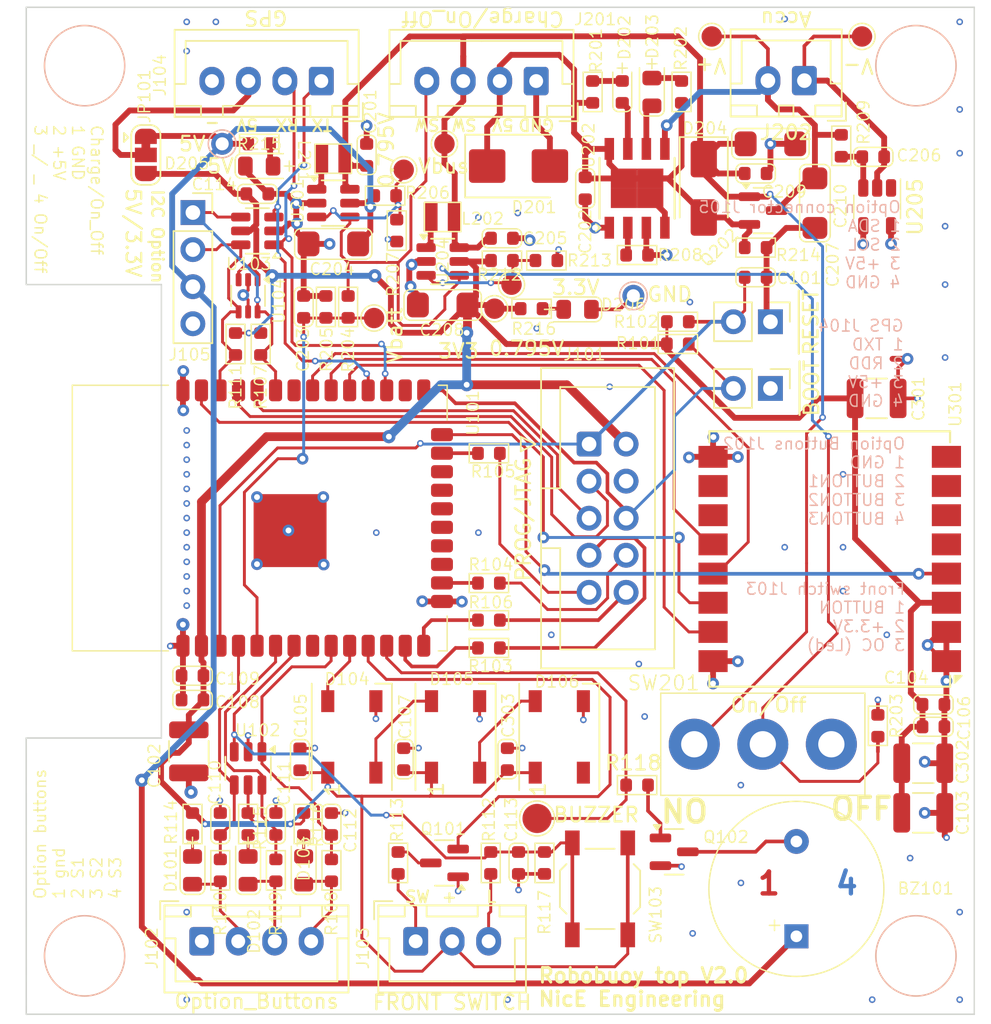
<source format=kicad_pcb>
(kicad_pcb (version 20240108) (generator "pcbnew") (generator_version "8.0")
  (layers (0 "F.Cu" signal) (1 "In1.Cu" power "GND") (2 "In2.Cu" power "GND_2") (31 "B.Cu" signal) (34 "B.Paste" user) (35 "F.Paste" user) (36 "B.SilkS" user "B.Silkscreen") (37 "F.SilkS" user "F.Silkscreen") (38 "B.Mask" user) (39 "F.Mask" user) (44 "Edge.Cuts" user))
  (net 0 "")
  (net 1 "GND")
  (net 2 "+3.3V")
  (net 3 "BUTTON")
  (net 4 "EN")
  (net 5 "BUTTON1")
  (net 6 "LEDS")
  (net 7 "BUTTON2")
  (net 8 "BUTTON3")
  (net 9 "Net-(D202-A)")
  (net 10 "Net-(D203-A)")
  (net 11 "+5V")
  (net 12 "/CPU/SDA")
  (net 13 "/CPU/SCL")
  (net 14 "/CPU/Vgps")
  (net 15 "Net-(J202-Pin_1)")
  (net 16 "DR0")
  (net 17 "Net-(U205-VDD)")
  (net 18 "RX")
  (net 19 "TX")
  (net 20 "Net-(J202-Pin_2)")
  (net 21 "Net-(D203-K)")
  (net 22 "Net-(D205-A)")
  (net 23 "Enable")
  (net 24 "/CPU/Vbatt")
  (net 25 "Net-(D206-A)")
  (net 26 "Net-(J101-Pin_9)")
  (net 27 "Net-(J101-Pin_10)")
  (net 28 "Net-(J101-Pin_8)")
  (net 29 "Net-(J101-Pin_7)")
  (net 31 "Net-(J103-Pin_3)")
  (net 32 "/CPU/RADIO_2")
  (net 33 "/CPU/RADIO_3")
  (net 34 "Net-(J103-Pin_1)")
  (net 35 "Net-(U202-PROG)")
  (net 36 "/CPU/RADIO_4")
  (net 37 "/CPU/RADIO_1")
  (net 38 "/CPU/RADIO_5")
  (net 39 "VBUS")
  (net 43 "BUTTON_LIGHT")
  (net 44 "MTDI")
  (net 45 "MTCK")
  (net 46 "MTDO")
  (net 47 "MTMS")
  (net 54 "Net-(U201-FB)")
  (net 55 "Net-(U201-SW)")
  (net 56 "Net-(D202-K)")
  (net 57 "Net-(U204-FB)")
  (net 58 "Net-(U204-SW)")
  (net 65 "Net-(D101-K)")
  (net 66 "Net-(D101-A)")
  (net 67 "Net-(D102-A)")
  (net 68 "Net-(D102-K)")
  (net 69 "Net-(D103-K)")
  (net 70 "Net-(D103-A)")
  (net 71 "Net-(D104-DOUT)")
  (net 72 "Net-(D105-DOUT)")
  (net 74 "Net-(BZ101--)")
  (net 75 "BUZZER")
  (net 76 "Net-(Q101-S)")
  (net 77 "Net-(Q102-G)")
  (net 78 "PAD")
  (net 79 "/CPU/TX_GPS")
  (net 80 "/CPU/RX_GPS")
  (footprint "A_IC_SOT:SOT23-5" (layer "F.Cu") (at 72.34 58.68 -90)
    (property "Reference" "U205")
    (property "Value" "AP6685")
  )
  (footprint "A_Device:C_0603" (layer "F.Cu") (at 25.4 92.456 180)
    (property "Reference" "C108")
    (property "Value" "100n")
  )
  (footprint "A_Device:C_0603" (layer "F.Cu") (at 76.2 92.776)
    (property "Reference" "C104")
    (property "Value" "100n")
  )
  (footprint "A_Device:C_0603" (layer "F.Cu") (at 25.4 90.805 180)
    (property "Reference" "C109")
    (property "Value" "100n")
  )
  (footprint "A_Mechanical:NPTH_M3" (layer "F.Cu") (at 18 110)
    (property "Reference" "H403" (hide yes))
    (property "Value" "MountingHole")
  )
  (footprint "A_Device:C_0603" (layer "F.Cu") (at 64.008 56.388)
    (property "Reference" "C209")
    (property "Value" "100n")
  )
  (footprint "A_Pads_Pins:Testpad_1.4" (layer "F.Cu") (at 46.1065 65.6535)
    (property "Reference" "TP207" (hide yes))
    (property "Value" "3V3")
  )
  (footprint "A_Device:R_0603" (layer "F.Cu") (at 38.608 57.912)
    (property "Reference" "R206")
    (property "Value" "82K")
  )
  (footprint "A_Device:R_0603" (layer "F.Cu") (at 69.88 54.49 -90)
    (property "Reference" "R209")
    (property "Value" "1K")
  )
  (footprint "A_Device:C_0603" (layer "F.Cu") (at 32.766 96.532 90)
    (property "Reference" "C105")
    (property "Value" "100n")
  )
  (footprint "A_Device:R_0603" (layer "F.Cu") (at 34.925 104.14 -90)
    (property "Reference" "R108")
    (property "Value" "100")
  )
  (footprint "LED_SMD:LED_WS2812B_PLCC4_5.0x5.0mm_P3.2mm" (layer "F.Cu") (at 36.322 94.996 90)
    (property "Reference" "D104")
    (property "Value" "WS2812B")
  )
  (footprint "A_Device:C_0603" (layer "F.Cu") (at 72.07 55.25)
    (property "Reference" "C206")
    (property "Value" "100n")
  )
  (footprint "A_Device:R_0603" (layer "F.Cu") (at 72.39 94.234 90)
    (property "Reference" "R203")
    (property "Value" "15K")
  )
  (footprint "Package_TO_SOT_SMD:SOT-23" (layer "F.Cu") (at 64.516 58.928)
    (property "Reference" "Q202")
    (property "Value" "A03401A")
  )
  (footprint "A_Device:R_0603" (layer "F.Cu") (at 48.6465 65.6535 180)
    (property "Reference" "R216")
    (property "Value" "1K")
  )
  (footprint "Connector_JST:JST_XH_B3B-XH-A_1x03_P2.50mm_Vertical" (layer "F.Cu") (at 40.7 109)
    (property "Reference" "J103")
    (property "Value" "FRONT SWITCH")
  )
  (footprint "A_Device:C_0603" (layer "F.Cu") (at 76.2 94.3)
    (property "Reference" "C106")
    (property "Value" "100n")
  )
  (footprint "A_Pads_Pins:Testpad_1.4" (layer "F.Cu") (at 61 47)
    (property "Reference" "TP204" (hide yes))
    (property "Value" "V+")
  )
  (footprint "A_Device:C_0603" (layer "F.Cu") (at 47.752 103.632 -90)
    (property "Reference" "C113")
    (property "Value" "100n")
  )
  (footprint "A_Device:R_0603" (layer "F.Cu") (at 27.305 104.14 -90)
    (property "Reference" "R110")
    (property "Value" "100")
  )
  (footprint "A_Device:C_0603" (layer "F.Cu") (at 29.845 57.785)
    (property "Reference" "C114")
    (property "Value" "100n")
  )
  (footprint "A_Device:LED_0805" (layer "F.Cu") (at 29.21 104.14 90)
    (property "Reference" "D102")
    (property "Value" "3.3V")
  )
  (footprint "A_Pads_Pins:Testpad_1.4" (layer "F.Cu") (at 71.3 47)
    (property "Reference" "TP205" (hide yes))
    (property "Value" "V-")
  )
  (footprint "A_Device:FTC252012S" (layer "F.Cu") (at 42.5505 59.37 180)
    (property "Reference" "L202")
    (property "Value" "10uH")
  )
  (footprint "A_Device:C_1206_(1.6)" (layer "F.Cu") (at 68.072 58.42 -90)
    (property "Reference" "C207")
    (property "Value" "4.7uF")
  )
  (footprint "A_Device:C_0603" (layer "F.Cu") (at 46.6145 60.8275)
    (property "Reference" "C205")
    (property "Value" "100n")
  )
  (footprint "Connector_JST:JST_XH_B4B-XH-A_1x04_P2.50mm_Vertical" (layer "F.Cu") (at 34.23 50.055 180)
    (property "Reference" "J104")
    (property "Value" "GPS")
  )
  (footprint "Connector_PinHeader_2.54mm:PinHeader_1x02_P2.54mm_Vertical" (layer "F.Cu") (at 65.024 66.548 -90)
    (property "Reference" "SW102" (hide yes))
    (property "Value" "~{RESET}")
  )
  (footprint "Package_TO_SOT_SMD:SOT-23-6" (layer "F.Cu") (at 29.845 60.325 180)
    (property "Reference" "U103")
    (property "Value" "USBLC6-4SC6")
  )
  (footprint "A_Mechanical:NPTH_M3" (layer "F.Cu") (at 75 49)
    (property "Reference" "H402" (hide yes))
    (property "Value" "MountingHole")
  )
  (footprint "A_Device:C_0603" (layer "F.Cu") (at 31.115 100.965 90)
    (property "Reference" "C111")
    (property "Value" "100n")
  )
  (footprint "Jumper:SolderJumper-3_P1.3mm_Bridged12_RoundedPad1.0x1.5mm" (layer "F.Cu") (at 22.1996 55.118 -90)
    (property "Reference" "JP101")
    (property "Value" "5V/3.3V")
  )
  (footprint "A_Pads_Pins:Testpoint_0.9x1.5" (layer "F.Cu") (at 55.626 64.77)
    (property "Reference" "TP208" (hide yes))
    (property "Value" "GND")
  )
  (footprint "A_Connector:SS-12D10L5" (layer "F.Cu") (at 64.5 95.5)
    (property "Reference" "SW201")
    (property "Value" "On/Off")
  )
  (footprint "A_Device:C_0603" (layer "F.Cu") (at 52.324 57.404 -90)
    (property "Reference" "C202")
    (property "Value" "100n")
  )
  (footprint "A_Device:LED_0805" (layer "F.Cu") (at 29.972 55.88)
    (property "Reference" "D205")
    (property "Value" "5V")
  )
  (footprint "Diode_SMD:D_SMB" (layer "F.Cu") (at 47.752 55.88)
    (property "Reference" "D201")
    (property "Value" "SMBJ5.0A")
  )
  (footprint "A_Device:R_0603" (layer "F.Cu") (at 31.115 104.14 -90)
    (property "Reference" "R109")
    (property "Value" "100")
  )
  (footprint "Capacitor_SMD:C_1210_3225Metric" (layer "F.Cu") (at 72.3 71.8)
    (property "Reference" "C301")
    (property "Value" "100u/10V")
  )
  (footprint "A_Device:R_0603" (layer "F.Cu") (at 45.72 75.565 180)
    (property "Reference" "R105")
    (property "Value" "100")
  )
  (footprint "A_Device:C_0603" (layer "F.Cu") (at 37.338 55.118 90)
    (property "Reference" "C201")
    (property "Value" "100n")
  )
  (footprint "A_Device:R_0603" (layer "F.Cu") (at 33.02 100.965 -90)
    (property "Reference" "R116")
    (property "Value" "1K")
  )
  (footprint "A_Device:R_0603" (layer "F.Cu") (at 64.008 61.468)
    (property "Reference" "R214")
    (property "Value" "10K")
  )
  (footprint "Package_TO_SOT_SMD:SOT-23-6" (layer "F.Cu") (at 29.21 97.155 -90)
    (property "Reference" "U102")
    (property "Value" "USBLC6-4SC6")
  )
  (footprint "A_Pads_Pins:Testpad_1.4" (layer "F.Cu") (at 39.878 56.134)
    (property "Reference" "TP201" (hide yes))
    (property "Value" "0.795V")
  )
  (footprint "Package_TO_SOT_SMD:SOT-23" (layer "F.Cu") (at 58.42 102.87)
    (property "Reference" "Q102")
    (property "Value" "AO3400A")
  )
  (footprint "A_Device:R_0603" (layer "F.Cu") (at 39.4 60.3 -90)
    (property "Reference" "R207")
    (property "Value" "15K")
  )
  (footprint "A_Device:C_0603" (layer "F.Cu") (at 46.99 96.52 90)
    (property "Reference" "C303")
    (property "Value" "100n")
  )
  (footprint "Package_TO_SOT_SMD:SOT-23" (layer "F.Cu") (at 42.672 103.632 180)
    (property "Reference" "Q101")
    (property "Value" "A03401A")
  )
  (footprint "A_Device:R_0603" (layer "F.Cu") (at 45.847 103.632 -90)
    (property "Reference" "R112")
    (property "Value" "100")
  )
  (footprint "Diode_SMD:D_SMA" (layer "F.Cu") (at 60.452 57.404 -90)
    (property "Reference" "D204")
    (property "Value" "B340A")
  )
  (footprint "A_Device:R_0603" (layer "F.Cu") (at 34.544 65.532 90)
    (property "Reference" "R205")
    (property "Value" "82K")
  )
  (footprint "Capacitor_SMD:C_1210_3225Metric" (layer "F.Cu") (at 25.146 95.9866 -90)
    (property "Reference" "C102")
    (property "Value" "100u/10V")
  )
  (footprint "Button_Switch_SMD:SW_SPST_TL3342" (layer "F.Cu") (at 53.34 105.41 90)
    (property "Reference" "SW103")
    (property "Value" "MODE")
  )
  (footprint "A_Pads_Pins:Testpad_1.4" (layer "F.Cu") (at 47.2694 64.008)
    (property "Reference" "TP206" (hide yes))
    (property "Value" "0.795V")
  )
  (footprint "A_Device:R_0603" (layer "F.Cu") (at 39.497 103.632 -90)
    (property "Reference" "R113")
    (property "Value" "100")
  )
  (footprint "A_Device:R_0603" (layer "F.Cu") (at 58.674 66.548)
    (property "Reference" "R102")
    (property "Value" "10K")
  )
  (footprint "A_Device:R_0603" (layer "F.Cu") (at 46.6145 62.3515)
    (property "Reference" "R212")
    (property "Value" "51K")
  )
  (footprint "A_Device:LED_0603" (layer "F.Cu") (at 54.864 50.8 90)
    (property "Reference" "D202")
    (property "Value" "CHRG")
  )
  (footprint "A_Device:R_0603" (layer "F.Cu") (at 45.72 84.455 180)
    (property "Reference" "R104")
    (property "Value" "100")
  )
  (footprint "A_Mechanical:NPTH_M3" (layer "F.Cu") (at 75 110)
    (property "Reference" "H401" (hide yes))
    (property "Value" "MountingHole")
  )
  (footprint "Package_SO:Diodes_PSOP-8" (layer "F.Cu") (at 55.88 57.404 90)
    (property "Reference" "U202")
    (property "Value" "TP4056")
  )
  (footprint "A_Module:Ai-Thinker-Ra-02-LoRa" (layer "F.Cu") (at 69.088 82.804 180)
    (property "Reference" "U301")
    (property "Value" "Ai-Thinker-Ra-02")
  )
  (footprint "Connector_JST:JST_XH_B4B-XH-A_1x04_P2.50mm_Vertical" (layer "F.Cu") (at 48.962 50.055 180)
    (property "Reference" "J201")
    (property "Value" "Charge/On_Off")
  )
  (footprint "Connector_PinHeader_2.54mm:PinHeader_1x02_P2.54mm_Vertical" (layer "F.Cu") (at 65.024 71.12 -90)
    (property "Reference" "SW101" (hide yes))
    (property "Value" "~{BOOT}")
  )
  (footprint "Package_TO_SOT_SMD:SOT-23-6" (layer "F.Cu") (at 35.052 58.42)
    (property "Reference" "U201")
    (property "Value" "TLV61046ADB")
  )
  (footprint "A_Device:C_0603" (layer "F.Cu") (at 27.305 100.965 90)
    (property "Reference" "C110")
    (property "Value" "100n")
  )
  (footprint "A_Device:R_0603" (layer "F.Cu") (at 52.832 50.8 90)
    (property "Reference" "R201")
    (property "Value" "1K")
  )
  (footprint "A_Mechanical:NPTH_M3" (layer "F.Cu") (at 18 49)
    (property "Reference" "H404" (hide yes))
    (property "Value" "MountingHole")
  )
  (footprint "Capacitor_SMD:C_1210_3225Metric" (layer "F.Cu") (at 75.5 96.8)
    (property "Reference" "C302")
    (property "Value" "100u/10V")
  )
  (footprint "A_Device:R_0603" (layer "F.Cu") (at 55.88 98.298)
    (property "Reference" "R118")
    (property "Value" "10K")
  )
  (footprint "A_Device:C_1206_(1.6)" (layer "F.Cu") (at 65.024 54.356)
    (property "Reference" "C210")
    (property "Value" "4.7uF")
  )
  (footprint "A_Pads_Pins:Testpoint_0.9x1.5" (layer "F.Cu") (at 27.432 54.356)
    (property "Reference" "TP202" (hide yes))
    (property "Value" "5V")
  )
  (footprint "A_Device:R_0603" (layer "F.Cu") (at 45.72 86.995 180)
    (property "Reference" "R106")
    (property "Value" "100")
  )
  (footprint "A_Device:LED_0805" (layer "F.Cu") (at 56.896 50.8 90)
    (property "Reference" "D203")
    (property "Value" "READY")
  )
  (footprint "A_Misc:Buzzer-12x6.5x5.2" (layer "F.Cu") (at 66.802 105.41 90)
    (property "Reference" "BZ101")
    (property "Value" "Buzzer")
  )
  (footprint "A_Device:R_0603" (layer "F.Cu") (at 58.674 68.072)
    (property "Reference" "R101")
    (property "Value" "10K")
  )
  (footprint "A_Device:C_1206_(1.6)" (layer "F.Cu") (at 35.052 61.214 180)
    (property "Reference" "C204")
    (property "Value" "4.7uF")
  )
  (footprint "A_Device:R_0603" (layer "F.Cu") (at 45.72 88.9 180)
    (property "Reference" "R103")
    (property "Value" "100")
  )
  (footprint "A_Device:LED_0805" (layer "F.Cu") (at 33.02 104.14 90)
    (property "Reference" "D103")
    (property "Value" "3.3V")
  )
  (footprint "A_Pads_Pins:Testpad_1.4" (layer "F.Cu") (at 42.672 54.356)
    (property "Reference" "TP209" (hide yes))
    (property "Value" "Vbus")
  )
  (footprint "A_Device:R_0603" (layer "F.Cu") (at 49.6625 62.3515)
    (property "Reference" "R213")
    (property "Value" "16K")
  )
  (footprint "A_Device:R_0603" (layer "F.Cu") (at 30.0736 68.072 -90)
    (property "Reference" "R107")
    (property "Value" "2.2k")
  )
  (footprint "A_Module:ESP32-WROOM-32" (layer "F.Cu") (at 30 80)
    (property "Reference" "U101")
    (property "Value" "ESP32-WROOM-32E_(visible_peripherals)")
  )
  (footprint "A_Device:C_0603" (layer "F.Cu") (at 64.008 63.5)
    (property "Reference" "C101")
    (property "Value" "100n")
  )
  (footprint "Package_TO_SOT_SMD:Texas_R-PDSO-G6" (layer "F.Cu") (at 29.21 64.77 -90)
    (property "Reference" "U104")
    (property "Value" "LTC4311")
  )
  (footprint "Connector_PinSocket_2.54mm:PinSocket_1x04_P2.54mm_Vertical" (layer "F.Cu") (at 25.425 59.065)
    (property "Reference" "J105")
    (property "Value" "I2C Option")
  )
  (footprint "A_Device:C_0603" (layer "F.Cu") (at 33.02 65.532 90)
    (property "Reference" "C203")
    (property "Value" "100n")
  )
  (footprint "A_Device:R_0603" (layer "F.Cu") (at 29.21 100.965 -90)
    (property "Reference" "R115")
    (property "Value" "1K")
  )
  (footprint "Package_TO_SOT_SMD:SOT-23-6" (layer "F.Cu") (at 42.5505 62.418)
    (property "Reference" "U204")
    (property "Value" "TLV61046ADB")
  )
  (footprint "Connector_JST:JST_XH_B2B-XH-A_1x02_P2.50mm_Vertical" (layer "F.Cu") (at 67.35 50.025 180)
    (property "Reference" "J202")
    (property "Value" "Accu")
  )
  (footprint "A_Device:C_0603" (layer "F.Cu") (at 39.878 96.52 90)
    (property "Reference" "C107")
    (property "Value" "100n")
  )
  (footprint "LED_SMD:LED_WS2812B_PLCC4_5.0x5.0mm_P3.2mm" (layer "F.Cu") (at 43.434 94.996 90)
    (property "Reference" "D105")
    (property "Value" "WS2812B")
  )
  (footprint "A_Device:C_1206_(1.6)" (layer "F.Cu") (at 42.5505 65.3995 180)
    (property "Reference" "C208")
    (property "Value" "4.7uF")
  )
  (footprint "A_Device:R_0603" (layer "F.Cu") (at 58.928 50.8 -90)
    (property "Reference" "R202")
    (property "Value" "1K")
  )
  (footprint "A_Device:LED_0805" (layer "F.Cu") (at 25.4 104.14 90)
    (property "Reference" "D101")
    (property "Value" "3.3V")
  )
  (footprint "A_Pads_Pins:Testpad_1.4" (layer "F.Cu") (at 37.846 66.294)
    (property "Reference" "TP203" (hide yes))
    (property "Value" "Vbatt")
  )
  (footprint "LED_SMD:LED_WS2812B_PLCC4_5.0x5.0mm_P3.2mm" (layer "F.Cu") (at 50.546 94.996 90)
    (property "Reference" "D106")
    (property "Value" "WS2812B")
  )
  (footprint "A_Pads_Pins:Testpad_2" (layer "F.Cu") (at 49.022 100.584)
    (property "Reference" "TP101" (hide yes))
    (property "Value" "BUZZER")
  )
  (footprint "A_Device:LED_0805" (layer "F.Cu") (at 51.8 65.7 180)
    (property "Reference" "D206")
    (property "Value" "3.3V")
  )
  (footprint "A_Device:R_0603" (layer "F.Cu") (at 28.3464 68.072 -90)
    (property "Reference" "R111")
    (property "Value" "2.2k")
  )
  (footprint "A_Device:C_0603" (layer "F.Cu") (at 34.925 100.965 90)
    (property "Reference" "C112")
    (property "Value" "100n")
  )
  (footprint "A_Device:R_0603" (layer "F.Cu") (at 25.4 100.965 -90)
    (property "Reference" "R114")
    (property "Value" "1K")
  )
  (footprint "A_Device:R_0603" (layer "F.Cu") (at 55.88 61.976)
    (property "Reference" "R208")
    (property "Value" "1.5K")
  )
  (footprint "Capacitor_SMD:C_1210_3225Metric" (layer "F.Cu") (at 75.5 100.2)
    (property "Reference" "C103")
    (property "Value" "100u/10V")
  )
  (footprint "A_Device:R_0603" (layer "F.Cu") (at 49.53 103.632 -90)
    (property "Reference" "R117")
    (property "Value" "10K")
  )
  (footprint "A_Device:R_0603" (layer "F.Cu") (at 36.068 65.532 -90)
    (property "Reference" "R204")
    (property "Value" "82K")
  )
  (footprint "Connector_JST:JST_XH_B4B-XH-A_1x04_P2.50mm_Vertical" (layer "F.Cu") (at 26.035 109)
    (property "Reference" "J102")
    (property "Value" "Option_Buttons")
  )
  (footprint "A_Device:R_0603" (layer "F.Cu") (at 29.972 54.356)
    (property "Reference" "R215")
    (property "Value" "1.5K")
  )
  (footprint "A_Device:FTC252012S" (layer "F.Cu") (at 35.052 55.372 180)
    (property "Reference" "L201")
    (property "Value" "10uH")
  )
  (footprint "Connector_IDC:IDC-Header_2x05_P2.54mm_Vertical" (layer "F.Cu") (at 52.5875 74.93)
    (property "Reference" "J101")
    (property "Value" "PROG/JTAG")
  )
  (gr_line (start 14 64) (end 14 45) (stroke (width 0.1)) (layer "Edge.Cuts"))
  (gr_line (start 14 45) (end 79 45) (stroke (width 0.1)) (layer "Edge.Cuts"))
  (gr_line (start 23.2664 64) (end 14 64) (stroke (width 0.1)) (layer "Edge.Cuts"))
  (gr_line (start 23.2664 95.0722) (end 23.2664 64) (stroke (width 0.1)) (layer "Edge.Cuts"))
  (gr_line (start 79 114) (end 14 114) (stroke (width 0.1)) (layer "Edge.Cuts"))
  (gr_line (start 14 114) (end 13.9954 95.0722) (stroke (width 0.1)) (layer "Edge.Cuts"))
  (gr_line (start 79 45) (end 79 114) (stroke (width 0.1)) (layer "Edge.Cuts"))
  (gr_line (start 13.9954 95.0722) (end 23.2664 95.0722) (stroke (width 0.1)) (layer "Edge.Cuts"))
  (gr_text "1" (at 64.008 105.918 0) (layer "F.Cu") (effects (font (size 1.5 1.5) (thickness 0.3) (bold yes)) (justify left bottom)))
  (gr_text "4" (at 69.342 105.918 0) (layer "B.Cu") (effects (font (size 1.5 1.5) (thickness 0.3) (bold yes)) (justify left bottom)))
  (gr_text "Option connector J105\n1 SDA\n2 SCL\n3 +5V\n4 GND" (at 74.0156 64.3128 0) (layer "B.SilkS") (effects (font (size 0.8 0.8) (thickness 0.1)) (justify left bottom mirror)))
  (gr_text "GPS J104\n1 TXD\n2 RDD\n3 +5V\n4 GND" (at 74.2188 72.4408 0) (layer "B.SilkS") (effects (font (size 0.8 0.8) (thickness 0.1)) (justify left bottom mirror)))
  (gr_text "Option Buttons J102\n1 GND\n2 BUTTON1\n3 BUTTON2\n4 BUTTON3" (at 74.3204 80.518 0) (layer "B.SilkS") (effects (font (size 0.8 0.8) (thickness 0.1)) (justify left bottom mirror)))
  (gr_text "Front switch J103\n1 BUTTON\n2 +3.3V\n3 OC (Led)" (at 74.3204 89.1794 0) (layer "B.SilkS") (effects (font (size 0.8 0.8) (thickness 0.1)) (justify left bottom mirror)))
  (gr_text "TX" (at 35.052 52.578 180) (layer "F.SilkS") (effects (font (size 0.8 0.8) (thickness 0.15) (bold yes)) (justify left bottom)))
  (gr_text "5V" (at 47.498 52.578 180) (layer "F.SilkS") (effects (font (size 0.8 0.8) (thickness 0.15) (bold yes)) (justify left bottom)))
  (gr_text "Robobuoy top V2.0\nNicE Engineering" (at 49.022 113.538 0) (layer "F.SilkS") (effects (font (size 1 1) (thickness 0.2) (bold yes)) (justify left bottom)))
  (gr_text "5V" (at 29.972 52.578 180) (layer "F.SilkS") (effects (font (size 0.8 0.8) (thickness 0.15) (bold yes)) (justify left bottom)))
  (gr_text "OFF" (at 69 100.8 0) (layer "F.SilkS") (effects (font (size 1.5 1.5) (thickness 0.3) (bold yes)) (justify left bottom)))
  (gr_text "L" (at 45.466 106.426 0) (layer "F.SilkS") (effects (font (size 0.8 0.8) (thickness 0.15) (bold yes)) (justify left bottom)))
  (gr_text "ON" (at 60.9 99.1 180) (layer "F.SilkS") (effects (font (size 1.5 1.5) (thickness 0.3) (bold yes)) (justify left bottom)))
  (gr_text "SW" (at 44.958 52.578 180) (layer "F.SilkS") (effects (font (size 0.8 0.8) (thickness 0.15) (bold yes)) (justify left bottom)))
  (gr_text "RX" (at 32.766 52.578 180) (layer "F.SilkS") (effects (font (size 0.8 0.8) (thickness 0.15) (bold yes)) (justify left bottom)))
  (gr_text "+" (at 42.418 106.426 0) (layer "F.SilkS") (effects (font (size 0.8 0.8) (thickness 0.15) (bold yes)) (justify left bottom)))
  (gr_text "SW" (at 42.418 52.578 180) (layer "F.SilkS") (effects (font (size 0.8 0.8) (thickness 0.15) (bold yes)) (justify left bottom)))
  (gr_text "-\n" (at 26.162 53.34 0) (layer "F.SilkS") (effects (font (size 0.8 0.8) (thickness 0.15) (bold yes)) (justify left bottom)))
  (gr_text "Charge/On_Off\n1 GND\n2 +5V\n3 _/ _ 4 On/Off" (at 14.5 53 270) (layer "F.SilkS") (effects (font (size 0.8 0.8) (thickness 0.1)) (justify left bottom)))
  (gr_text "Option buttons\n1 gnd\n2 S1\n3 S2\n4 S3" (at 20.574 106.172 90) (layer "F.SilkS") (effects (font (size 0.8 0.8) (thickness 0.1)) (justify left bottom)))
  (gr_text "SW" (at 39.878 106.426 0) (layer "F.SilkS") (effects (font (size 0.8 0.8) (thickness 0.15) (bold yes)) (justify left bottom)))
  (gr_text "GND" (at 50.292 52.578 180) (layer "F.SilkS") (effects (font (size 0.8 0.8) (thickness 0.15) (bold yes)) (justify left bottom)))
  (segment (start 68.072 60.12) (end 66.106 60.12) (width 0.4) (layer "F.Cu") (net 1))
  (segment (start 43.6095 104.582) (end 43.6095 105.5601) (width 0.2) (layer "F.Cu") (net 1))
  (segment (start 64.758 61.468) (end 64.758 63.5) (width 0.4) (layer "F.Cu") (net 1))
  (segment (start 40.35 64.215) (end 40.35 64.129496) (width 0.4) (layer "F.Cu") (net 1))
  (segment (start 27.305 100.215) (end 27.305 99.3902) (width 0.2) (layer "F.Cu") (net 1))
  (segment (start 35.8528 100.215) (end 35.8648 100.203) (width 0.2) (layer "F.Cu") (net 1))
  (segment (start 40.8505 64.7155) (end 40.35 64.215) (width 0.4) (layer "F.Cu") (net 1))
  (segment (start 54.696 65.7) (end 55.626 64.77) (width 0.25) (layer "F.Cu") (net 1))
  (segment (start 32.766 95.782) (end 33.758 95.782) (width 0.2) (layer "F.Cu") (net 1))
  (segment (start 64.758 63.5) (end 64.758 66.282) (width 0.4) (layer "F.Cu") (net 1))
  (segment (start 40.750501 62.418) (end 41.413 62.418) (width 0.4) (layer "F.Cu") (net 1))
  (segment (start 29.022 56.212) (end 30.595 57.785) (width 0.4) (layer "F.Cu") (net 1))
  (segment (start 77.088 91.1596) (end 77.089 91.1606) (width 0.25) (layer "F.Cu") (net 1))
  (segment (start 77.088 89.804) (end 77.088 92.638) (width 0.4) (layer "F.Cu") (net 1))
  (segment (start 37.338 54.368) (end 37.338 53.1114) (width 0.4) (layer "F.Cu") (net 1))
  (segment (start 61.088 75.804) (end 59.4764 75.804) (width 0.4) (layer "F.Cu") (net 1))
  (segment (start 65.024 56.122) (end 64.758 56.388) (width 0.4) (layer "F.Cu") (net 1))
  (segment (start 73.775 71.8) (end 73.775 69.735) (width 0.25) (layer "F.Cu") (net 1))
  (segment (start 73.2925 61.2075) (end 73.29 61.21) (width 0.4) (layer "F.Cu") (net 1))
  (segment (start 53.975 60.104) (end 52.992 60.104) (width 0.4) (layer "F.Cu") (net 1))
  (segment (start 62.7738 75.804) (end 62.7888 75.819) (width 0.4) (layer "F.Cu") (net 1))
  (segment (start 45.084 93.7758) (end 45.085 93.7768) (width 0.2) (layer "F.Cu") (net 1))
  (segment (start 49.902 55.88) (end 49.902 53.966) (width 0.4) (layer "F.Cu") (net 1))
  (segment (start 47.994 95.77) (end 48.006 95.758) (width 0.2) (layer "F.Cu") (net 1))
  (segment (start 61.088 74.4718) (end 61.1124 74.4474) (width 0.4) (layer "F.Cu") (net 1))
  (segment (start 49.902 53.966) (end 48.962 53.026) (width 0.4) (layer "F.Cu") (net 1))
  (segment (start 34.544 64.782) (end 33.02 64.782) (width 0.4) (layer "F.Cu") (net 1))
  (segment (start 43.8558 85.715) (end 43.8658 85.725) (width 0.4) (layer "F.Cu") (net 1))
  (segment (start 76.95 100.175) (end 76.975 100.2) (width 0.4) (layer "F.Cu") (net 1))
  (segment (start 52.324 59.436) (end 52.992 60.104) (width 0.4) (layer "F.Cu") (net 1))
  (segment (start 40.2645 62.904001) (end 40.750501 62.418) (width 0.4) (layer "F.Cu") (net 1))
  (segment (start 75.7 96.8) (end 75.6 96.7) (width 0.4) (layer "F.Cu") (net 1))
  (segment (start 73.2925 59.98) (end 73.2925 61.2075) (width 0.4) (layer "F.Cu") (net 1))
  (segment (start 30.9825 60.325) (end 31.5214 60.325) (width 0.4) (layer "F.Cu") (net 1))
  (segment (start 24.743 87.3032) (end 24.7396 87.2998) (width 0.4) (layer "F.Cu") (net 1))
  (segment (start 72.39 93.484) (end 72.39 92.456) (width 0.25) (layer "F.Cu") (net 1))
  (segment (start 29.21 65.049394) (end 28.879806 64.7192) (width 0.2) (layer "F.Cu") (net 1))
  (segment (start 77.089 92.637) (end 76.95 92.776) (width 0.25) (layer "F.Cu") (net 1))
  (segment (start 56.515 60.104) (end 56.515 61.861) (width 0.4) (layer "F.Cu") (net 1))
  (segment (start 77.088 87.804) (end 77.088 89.804) (width 0.4) (layer "F.Cu") (net 1))
  (segment (start 76.696 87.804) (end 75.8 88.7) (width 0.4) (layer "F.Cu") (net 1))
  (segment (start 39.878 95.77) (end 40.882 95.77) (width 0.2) (layer "F.Cu") (net 1))
  (segment (start 31.5214 60.325) (end 32.029388 59.817012) (width 0.4) (layer "F.Cu") (net 1))
  (segment (start 29.21 65.87) (end 29.21 65.049394) (width 0.2) (layer "F.Cu") (net 1))
  (segment (start 76.904 89.804) (end 75.8 88.7) (width 0.25) (layer "F.Cu") (net 1))
  (segment (start 59.4764 75.804) (end 59.436 75.8444) (width 0.4) (layer "F.Cu") (net 1))
  (segment (start 65.024 54.356) (end 65.024 56.122) (width 0.4) (layer "F.Cu") (net 1))
  (segment (start 52.196 93.8266) (end 52.197 93.8276) (width 0.2) (layer "F.Cu") (net 1))
  (segment (start 61.088 75.804) (end 61.088 74.4718) (width 0.4) (layer "F.Cu") (net 1))
  (segment (start 76.975 101.775) (end 77.1 101.9) (width 0.4) (layer "F.Cu") (net 1))
  (segment (start 29.21 96.0175) (end 29.21 94.8944) (width 0.2) (layer "F.Cu") (net 1))
  (segment (start 24.743 88.75) (end 24.743 87.3032) (width 0.4) (layer "F.Cu") (net 1))
  (segment (start 76.975 100.2) (end 76.975 101.775) (width 0.4) (layer "F.Cu") (net 1))
  (segment (start 61.088 89.804) (end 62.7784 89.804) (width 0.4) (layer "F.Cu") (net 1))
  (segment (start 66.106 60.12) (end 64.758 61.468) (width 0.4) (layer "F.Cu") (net 1))
  (segment (start 33.02 64.782) (end 33.02 61.546) (width 0.4) (layer "F.Cu") (net 1))
  (segment (start 32.5628 60.4248) (end 32.5628 59.817012) (width 0.4) (layer "F.Cu") (net 1))
  (segment (start 32.512 59.766212) (end 32.5628 59.817012) (width 0.4) (layer "F.Cu") (net 1))
  (segment (start 40.8505 64.7155) (end 40.2645 64.1295) (width 0.4) (layer "F.Cu") (net 1))
  (segment (start 77.088 92.638) (end 76.95 92.776) (width 0.4) (layer "F.Cu") (net 1))
  (segment (start 62.7784 89.804) (end 62.7888 89.8144) (width 0.4) (layer "F.Cu") (net 1))
  (segment (start 23.899 88.75) (end 23.876 88.773) (width 0.4) (layer "F.Cu") (net 1))
  (segment (start 39.624 60.948) (end 38.848 60.948) (width 0.2) (layer "F.Cu") (net 1))
  (segment (start 77.089 91.1606) (end 77.089 92.637) (width 0.25) (layer "F.Cu") (net 1))
  (segment (start 47.752 104.382) (end 47.752 105.4862) (width 0.2) (layer "F.Cu") (net 1))
  (segment (start 61.088 75.804) (end 62.7738 75.804) (width 0.4) (layer "F.Cu") (net 1))
  (segment (start 32.088 80.8404) (end 34.3662 78.5622) (width 0.4) (layer "F.Cu") (net 1))
  (segment (start 73.394 69.088) (end 74.422 69.088) (width 0.4) (layer "F.Cu") (net 1))
  (segment (start 47.3645 60.8275) (end 48.3815 60.8275) (width 0.4) (layer "F.Cu") (net 1))
  (segment (start 24.743 69.9482) (end 24.765 69.9262) (width 0.4) (layer "F.Cu") (net 1))
  (segment (start 25.146 97.4616) (end 25.146 98.6282) (width 0.4) (layer "F.Cu") (net 1))
  (segment (start 33.352 61.214) (end 34.798 61.214) (width 0.4) (layer "F.Cu") (net 1))
  (segment (start 40.8505 65.3995) (end 40.8505 64.7155) (width 0.4) (layer "F.Cu") (net 1))
  (segment (start 66.724 54.356) (end 65.024 54.356) (width 0.4) (layer "F.Cu") (net 1))
  (segment (start 49.53 104.382) (end 47.752 104.382) (width 0.25) (layer "F.Cu") (net 1))
  (segment (start 31.115 100.215) (end 31.115 99.3648) (width 0.2) (layer "F.Cu") (net 1))
  (segment (start 48.3815 60.8275) (end 48.514 60.96) (width 0.4) (layer "F.Cu") (net 1))
  (segment (start 33.9145 58.42) (end 32.512 58.42) (width 0.4) (layer "F.Cu") (net 1))
  (segment (start 37.972 92.546) (end 37.972 93.7504) (width 0.2) (layer "F.Cu") (net 1))
  (segment (start 73.775 69.735) (end 74.422 69.088) (width 0.25) (layer "F.Cu") (net 1))
  (segment (start 50.4125 62.3515) (end 50.4125 61.6875) (width 0.25) (layer "F.Cu") (net 1))
  (segment (start 25.146 98.6282) (end 25.2984 98.7806) (width 0.4) (layer "F.Cu") (net 1))
  (segment (start 50.4125 61.6875) (end 50.5 61.6) (width 0.25) (layer "F.Cu") (net 1))
  (segment (start 34.925 100.215) (end 35.8528 100.215) (width 0.2) (layer "F.Cu") (net 1))
  (segment (start 24.743 88.75) (end 24.743 92.363) (width 0.4) (layer "F.Cu") (net 1))
  (segment (start 24.743 71.25) (end 24.743 72.5966) (width 0.4) (layer "F.Cu") (net 1))
  (segment (start 40.882 95.77) (end 40.894 95.758) (width 0.2) (layer "F.Cu") (net 1))
  (segment (start 24.743 71.25) (end 24.743 69.9482) (width 0.4) (layer "F.Cu") (net 1))
  (segment (start 76.975 100.2) (end 75.6 100.2) (width 0.4) (layer "F.Cu") (net 1))
  (segment (start 32.512 58.42) (end 32.512 59.766212) (width 0.4) (layer "F.Cu") (net 1))
  (segment (start 40.2645 64.1295) (end 40.2645 62.904001) (width 0.4) (layer "F.Cu") (net 1))
  (segment (start 52.324 58.154) (end 52.324 59.436) (width 0.4) (layer "F.Cu") (net 1))
  (segment (start 33.758 95.782) (end 33.782 95.758) (width 0.2) (layer "F.Cu") (net 1))
  (segment (start 56.63 61.976) (end 57.912 61.976) (width 0.4) (layer "F.Cu") (net 1))
  (segment (start 73.775 71.8) (end 75.1 71.8) (width 0.25) (layer "F.Cu") (net 1))
  (segment (start 52.196 92.546) (end 52.196 93.8266) (width 0.2) (layer "F.Cu") (net 1))
  (segment (start 77.088 87.804) (end 76.696 87.804) (width 0.4) (layer "F.Cu") (net 1))
  (segment (start 41.1634 85.715) (end 41.148 85.6996) (width 0.4) (layer "F.Cu") (net 1))
  (segment (start 58.862 103.82) (end 58.928 103.886) (width 0.25) (layer "F.Cu") (net 1))
  (segment (start 45.084 92.546) (end 45.084 93.7758) (width 0.2) (layer "F.Cu") (net 1))
  (segment (start 30.595 57.785) (end 31.877 57.785) (width 0.4) (layer "F.Cu") (net 1))
  (segment (start 37.972 93.7504) (end 37.973 93.7514) (width 0.2) (layer "F.Cu") (net 1))
  (segment (start 38.848 60.948) (end 38.8 60.9) (width 0.2) (layer "F.Cu") (net 1))
  (segment (start 42.503 85.715) (end 43.8558 85.715) (width 0.4) (layer "F.Cu") (net 1))
  (segment (start 33.352 61.214) (end 32.5628 60.4248) (width 0.4) (layer "F.Cu") (net 1))
  (segment (start 71.3875 59.98) (end 71.3875 61.2325) (width 0.4) (layer "F.Cu") (net 1))
  (segment (start 46.99 95.77) (end 47.994 95.77) (width 0.2) (layer "F.Cu") (net 1))
  (segment (start 29.21 63.67) (end 29.21 64.389006) (width 0.2) (layer "F.Cu") (net 1))
  (segment (start 42.503 85.715) (end 41.1634 85.715) (width 0.4) (layer "F.Cu") (net 1))
  (segment (start 48.962 53.026) (end 48.962 50.055) (width 0.4) (layer "F.Cu") (net 1))
  (segment (start 27.305 99.3902) (end 27.2796 99.3648) (width 0.2) (layer "F.Cu") (net 1))
  (segment (start 43.6095 105.5601) (end 43.6118 105.5624) (width 0.2) (layer "F.Cu") (net 1))
  (segment (start 76.95 92.776) (end 76.95 100.175) (width 0.4) (layer "F.Cu") (net 1))
  (segment (start 24.743 88.75) (end 23.899 88.75) (width 0.4) (layer "F.Cu") (net 1))
  (segment (start 71.3875 61.2325) (end 71.38 61.24) (width 0.4) (layer "F.Cu") (net 1))
  (segment (start 32.029388 59.817012) (end 32.5628 59.817012) (width 0.4) (layer "F.Cu") (net 1))
  (segment (start 77.088 89.804) (end 76.904 89.804) (width 0.25) (layer "F.Cu") (net 1))
  (segment (start 24.743 72.5966) (end 24.765 72.6186) (width 0.4) (layer "F.Cu") (net 1))
  (segment (start 52.75 65.7) (end 54.696 65.7) (width 0.25) (layer "F.Cu") (net 1))
  (segment (start 31.877 57.785) (end 32.512 58.42) (width 0.4) (layer "F.Cu") (net 1))
  (segment (start 61.088 89.804) (end 61.088 91.3384) (width 0.4) (layer "F.Cu") (net 1))
  (segment (start 57.4825 103.82) (end 58.862 103.82) (width 0.25) (layer "F.Cu") (net 1))
  (segment (start 76.975 96.8) (end 75.7 96.8) (width 0.4) (layer "F.Cu") (net 1))
  (segment (start 77.088 89.804) (end 77.088 91.1596) (width 0.25) (layer "F.Cu") (net 1))
  (segment (start 29.21 64.389006) (end 28.879806 64.7192) (width 0.2) (layer "F.Cu") (net 1))
  (via (at 75.6 100.2) (size 0.8) (drill 0.4) (layers "F.Cu" "B.Cu") (net 1))
  (via (at 77 69) (size 0.45) (drill 0.25) (layers "F.Cu" "B.Cu") (net 1))
  (via (at 32.5628 59.817012) (size 0.8) (drill 0.4) (layers "F.Cu" "B.Cu") (net 1))
  (via (at 25 78) (size 0.45) (drill 0.25) (layers "F.Cu" "B.Cu") (net 1))
  (via (at 72.39 92.456) (size 0.45) (drill 0.25) (layers "F.Cu" "B.Cu") (net 1))
  (via (at 37.338 53.1114) (size 0.8) (drill 0.4) (layers "F.Cu" "B.Cu") (net 1))
  (via (at 34.3662 78.5622) (size 0.8) (drill 0.4) (layers "F.Cu" "B.Cu") (net 1))
  (via (at 38 81) (size 0.45) (drill 0.25) (layers "F.Cu" "B.Cu") (net 1))
  (via (at 73 88) (size 0.45) (drill 0.25) (layers "F.Cu" "B.Cu") (net 1))
  (via (at 70 77) (size 0.45) (drill 0.25) (layers "F.Cu" "B.Cu") (net 1))
  (via (at 56.4 93.6) (size 0.45) (drill 0.25) (layers "F.Cu" "B.Cu") (net 1))
  (via (at 43.6118 105.5624) (size 0.45) (drill 0.25) (layers "F.Cu" "B.Cu") (net 1))
  (via (at 66 82) (size 0.45) (drill 0.25) (layers "F.Cu" "B.Cu") (net 1))
  (via (at 61.1124 74.4474) (size 0.8) (drill 0.4) (layers "F.Cu" "B.Cu") (net 1))
  (via (at 34.798 61.214) (size 0.8) (drill 0.4) (layers "F.Cu" "B.Cu") (net 1))
  (via (at 58.928 103.886) (size 0.45) (drill 0.25) (layers "F.Cu" "B.Cu") (net 1))
  (via (at 45 81) (size 0.45) (drill 0.25) (layers "F.Cu" "B.Cu") (net 1))
  (via (at 49 67) (size 0.45) (drill 0.25) (layers "F.Cu" "B.Cu") (net 1))
  (via (at 78 52) (size 0.45) (drill 0.25) (layers "F.Cu" "B.Cu") (net 1))
  (via (at 77 60) (size 0.45) (drill 0.25) (layers "F.Cu" "B.Cu") (net 1))
  (via (at 78 107) (size 0.45) (drill 0.25) (layers "F.Cu" "B.Cu") (net 1))
  (via (at 48.006 95.758) (size 0.45) (drill 0.25) (layers "F.Cu" "B.Cu") (net 1))
  (via (at 75.8 88.7) (size 0.8) (drill 0.4) (layers "F.Cu" "B.Cu") (net 1))
  (via (at 40.894 95.758) (size 0.45) (drill 0.25) (layers "F.Cu" "B.Cu") (net 1))
  (via (at 61.088 91.3384) (size 0.8) (drill 0.4) (layers "F.Cu" "B.Cu") (net 1))
  (via (at 47.752 105.4862) (size 0.45) (drill 0.25) (layers "F.Cu" "B.Cu") (net 1))
  (via (at 25.2984 98.7806) (size 0.9) (drill 0.4) (layers "F.Cu" "B.Cu") (net 1))
  (via (at 25 84) (size 0.45) (drill 0.25) (layers "F.Cu" "B.Cu") (net 1))
  (via (at 50.5 61.6) (size 0.45) (drill 0.25) (layers "F.Cu" "B.Cu") (net 1))
  (via (at 31.9786 80.8482) (size 0.8) (drill 0.4) (layers "F.Cu" "B.Cu") (net 1))
  (via (at 77.089 91.1606) (size 0.8) (drill 0.4) (layers "F.Cu" "B.Cu") (net 1))
  (via (at 57.912 61.976) (size 0.8) (drill 0.4) (layers "F.Cu" "B.Cu") (net 1))
  (via (at 65.024 54.356) (size 0.8) (drill 0.4) (layers "F.Cu" "B.Cu") (net 1))
  (via (at 50 88) (size 0.45) (drill 0.25) (layers "F.Cu" "B.Cu") (net 1))
  (via (at 34.3916 83.185) (size 0.8) (drill 0.4) (layers "F.Cu" "B.Cu") (net 1))
  (via (at 63 105) (size 0.45) (drill 0.25) (layers "F.Cu" "B.Cu") (net 1))
  (via (at 70 82) (size 0.45) (drill 0.25) (layers "F.Cu" "B.Cu") (net 1))
  (via (at 25 86) (size 0.45) (drill 0.25) (layers "F.Cu" "B.Cu") (net 1))
  (via (at 52.992 60.104) (size 0.8) (drill 0.4) (layers "F.Cu" "B.Cu") (net 1))
  (via (at 24.765 69.9262) (size 0.8) (drill 0.4) (layers "F.Cu" "B.Cu") (net 1))
  (via (at 74.422 69.088) (size 0.8) (drill 0.4) (layers "F.Cu" "B.Cu") (net 1))
  (via (at 77.1 101.9) (size 0.45) (drill 0.25) (layers "F.Cu" "B.Cu") (net 1))
  (via (at 45.085 93.7768) (size 0.45) (drill 0.25) (layers "F.Cu" "B.Cu") (net 1))
  (via (at 25 107) (size 0.45) (drill 0.25) (layers "F.Cu" "B.Cu") (net 1))
  (via (at 25 79) (size 0.45) (drill 0.25) (layers "F.Cu" "B.Cu") (net 1))
  (via (at 27.2796 99.3648) (size 0.45) (drill 0.25) (layers "F.Cu" "B.Cu") (net 1))
  (via (at 56 90) (size 0.45) (drill 0.25) (layers "F.Cu" "B.Cu") (net 1))
  (via (at 54 71) (size 0.45) (drill 0.25) (layers "F.Cu" "B.Cu") (net 1))
  (via (at 59.5 65.2) (size 0.45) (drill 0.25) (layers "F.Cu" "B.Cu") (net 1))
  (via (at 27 46) (size 0.45) (drill 0.25) (layers "F.Cu" "B.Cu") (net 1))
  (via (at 24.765 72.6186) (size 0.8) (drill 0.4) (layers "F.Cu" "B.Cu") (net 1))
  (via (at 25 46) (size 0.45) (drill 0.25) (layers "F.Cu" "B.Cu") (net 1))
  (via (at 31.115 99.3648) (size 0.45) (drill 0.25) (layers "F.Cu" "B.Cu") (net 1))
  (via (at 78 113) (size 0.45) (drill 0.25) (layers "F.Cu" "B.Cu") (net 1))
  (via (at 25 76) (size 0.45) (drill 0.25) (layers "F.Cu" "B.Cu") (net 1))
  (via (at 33.782 95.758) (size 0.45) (drill 0.25) (layers "F.Cu" "B.Cu") (net 1))
  (via (at 78 55) (size 0.45) (drill 0.25) (layers "F.Cu" "B.Cu") (net 1))
  (via (at 62.992 98.298) (size 0.45) (drill 0.25) (layers "F.Cu" "B.Cu") (net 1))
  (via (at 62.7888 89.8144) (size 0.8) (drill 0.4) (layers "F.Cu" "B.Cu") (net 1))
  (via (at 25 82) (size 0.45) (drill 0.25) (layers "F.Cu" "B.Cu") (net 1))
  (via (at 62.7888 75.819) (size 0.8) (drill 0.4) (layers "F.Cu" "B.Cu") (net 1))
  (via (at 24.7396 87.2998) (size 0.9) (drill 0.4) (layers "F.Cu" "B.Cu") (net 1))
  (via (at 72 113) (size 0.45) (drill 0.25) (layers "F.Cu" "B.Cu") (net 1))
  (via (at 75.6 96.7) (size 0.8) (drill 0.4) (layers "F.Cu" "B.Cu") (net 1))
  (via (at 25 80) (size 0.45) (drill 0.25) (layers "F.Cu" "B.Cu") (net 1))
  (via (at 25 83) (size 0.45) (drill 0.25) (layers "F.Cu" "B.Cu") (net 1))
  (via (at 41.148 85.6996) (size 0.8) (drill 0.4) (layers "F.Cu" "B.Cu") (net 1))
  (via (at 77 64) (size 0.45) (drill 0.25) (layers "F.Cu" "B.Cu") (net 1))
  (via (at 43.8658 85.725) (size 0.8) (drill 0.4) (layers "F.Cu" "B.Cu") (net 1))
  (via (at 40.421136 62.638478) (size 0.8) (drill 0.4) (layers "F.Cu" "B.Cu") (net 1))
  (via (at 37.973 93.7514) (size 0.45) (drill 0.25) (layers "F.Cu" "B.Cu") (net 1))
  (via (at 47 113) (size 0.45) (drill 0.25) (layers "F.Cu" "B.Cu") (net 1))
  (via (at 29.21 94.8944) (size 0.45) (drill 0.25) (layers "F.Cu" "B.Cu") (net 1))
  (via (at 25 77) (size 0.45) (drill 0.25) (layers "F.Cu" "B.Cu") (net 1))
  (via (at 48.514 60.96) (size 0.8) (drill 0.4) (layers "F.Cu" "B.Cu") (net 1))
  (via (at 59.436 75.8444) (size 0.8) (drill 0.4) (layers "F.Cu" "B.Cu") (net 1))
  (via (at 25 85) (size 0.45) (drill 0.25) (layers "F.Cu" "B.Cu") (net 1))
  (via (at 70 85) (size 0.45) (drill 0.25) (layers "F.Cu" "B.Cu") (net 1))
  (via (at 29.8196 78.5622) (size 0.8) (drill 0.4) (layers "F.Cu" "B.Cu") (net 1))
  (via (at 35.8648 100.203) (size 0.45) (drill 0.25) (layers "F.Cu" "B.Cu") (net 1))
  (via (at 59.69 108.458) (size 0.45) (drill 0.25) (layers "F.Cu" "B.Cu") (net 1))
  (via (at 78 46) (size 0.45) (drill 0.25) (layers "F.Cu" "B.Cu") (net 1))
  (via (at 71.38 61.24) (size 0.8) (drill 0.4) (layers "F.Cu" "B.Cu") (net 1))
  (via (at 25 75) (size 0.45) (drill 0.25) (layers "F.Cu" "B.Cu") (net 1))
  (via (at 29.8196 83.1596) (size 0.8) (drill 0.4) (layers "F.Cu" "B.Cu") (net 1))
  (via (at 38.8 60.9) (size 0.45) (drill 0.25) (layers "F.Cu" "B.Cu") (net 1))
  (via (at 25 81) (size 0.45) (drill 0.25) (layers "F.Cu" "B.Cu") (net 1))
  (via (at 32.512 58.42) (size 0.8) (drill 0.4) (layers "F.Cu" "B.Cu") (net 1))
  (via (at 25 48) (size 0.45) (drill 0.25) (layers "F.Cu" "B.Cu") (net 1))
  (via (at 66 45.8) (size 0.45) (drill 0.25) (layers "F.Cu" "B.Cu") (net 1))
  (via (at 28.879806 64.7192) (size 0.8) (drill 0.4) (layers "F.Cu" "B.Cu") (net 1))
  (via (at 73.29 61.21) (size 0.8) (drill 0.4) (layers "F.Cu" "B.Cu") (net 1))
  (via (at 52.197 93.8276) (size 0.45) (drill 0.25) (layers "F.Cu" "B.Cu") (net 1))
  (via (at 45 59.4) (size 0.45) (drill 0.25) (layers "F.Cu" "B.Cu") (net 1))
  (via (at 40.35 64.129496) (size 0.8) (drill 0.4) (layers "F.Cu" "B.Cu") (net 1))
  (via (at 25 113) (size 0.45) (drill 0.25) (layers "F.Cu" "B.Cu") (net 1))
  (via (at 47.7 59.1) (size 0.45) (drill 0.25) (layers "F.Cu" "B.Cu") (net 1))
  (via (at 25 74) (size 0.45) (drill 0.25) (layers "F.Cu" "B.Cu") (net 1))
  (via (at 75.1 71.8) (size 0.45) (drill 0.25) (layers "F.Cu" "B.Cu") (net 1))
  (via (at 23.876 88.773) (size 0.45) (drill 0.25) (layers "F.Cu" "B.Cu") (net 1))
  (via (at 74.6 103.3) (size 0.45) (drill 0.25) (layers "F.Cu" "B.Cu") (net 1))
  (segment (start 46.923 68.072) (end 44.2505 65.3995) (width 0.4) (layer "F.Cu") (net 2))
  (segment (start 44.2505 65.3995) (end 44.2505 67.255498) (width 0.6) (layer "F.Cu") (net 2))
  (segment (start 34.672 97.446) (end 34.672 98.426) (width 0.2) (layer "F.Cu") (net 2))
  (segment (start 46.923 68.072) (end 57.924 68.072) (width 0.4) (layer "F.Cu") (net 2))
  (segment (start 29.21 98.2925) (end 29.21 100.215) (width 0.2) (layer "F.Cu") (net 2))
  (segment (start 43.688 62.418) (end 45.798 62.418) (width 0.4) (layer "F.Cu") (net 2))
  (segment (start 57.924 68.072) (end 57.924 66.548) (width 0.2) (layer "F.Cu") (net 2))
  (segment (start 24.4602 96.0882) (end 23.9776 96.0882) (width 0.4) (layer "F.Cu") (net 2))
  (segment (start 29.77 62.345999) (end 29.377999 62.738) (width 0.4) (layer "F.Cu") (net 2))
  (segment (start 33.02 100.7364) (end 32.7914 100.965) (width 0.2) (layer "F.Cu") (net 2))
  (segment (start 25.146 93.4974) (end 26.15 92.4934) (width 0.4) (layer "F.Cu") (net 2))
  (segment (start 35.306 99.06) (end 37.0078 99.06) (width 0.2) (layer "F.Cu") (net 2))
  (segment (start 25.5136 100.215) (end 26.2636 100.965) (width 0.4) (layer "F.Cu") (net 2))
  (segment (start 68.3 71.8) (end 70.825 71.8) (width 0.4) (layer "F.Cu") (net 2))
  (segment (start 75.2376 85.804) (end 77.088 85.804) (width 0.4) (layer "F.Cu") (net 2))
  (segment (start 28.56 63.134) (end 28.956 62.738) (width 0.2) (layer "F.Cu") (net 2))
  (segment (start 44.196 70.866) (end 51.0635 70.866) (width 0.6) (layer "F.Cu") (net 2))
  (segment (start 41.784 98.932) (end 41.656 99.06) (width 0.2) (layer "F.Cu") (net 2))
  (segment (start 57.924 68.072) (end 57.924 68.4904) (width 0.4) (layer "F.Cu") (net 2))
  (segment (start 75.45 92.776) (end 74.65 91.976) (width 0.4) (layer "F.Cu") (net 2))
  (segment (start 34.672 97.446) (end 32.93 97.446) (width 0.2) (layer "F.Cu") (net 2))
  (segment (start 75.45 94.3) (end 74.7 94.3) (width 0.4) (layer "F.Cu") (net 2))
  (segment (start 48.896 97.446) (end 47.166 97.446) (width 0.2) (layer "F.Cu") (net 2))
  (segment (start 28.956 62.738) (end 29.377999 62.738) (width 0.2) (layer "F.Cu") (net 2))
  (segment (start 28.321 57.785) (end 29.095 57.785) (width 0.4) (layer "F.Cu") (net 2))
  (segment (start 29.591 60.071) (end 29.337 60.325) (width 0.4) (layer "F.Cu") (net 2))
  (segment (start 43.688 62.418) (end 44.395 62.418) (width 0.4) (layer "F.Cu") (net 2))
  (segment (start 46.814 97.446) (end 48.896 97.446) (width 0.2) (layer "F.Cu") (net 2))
  (segment (start 41.784 97.446) (end 40.054 97.446) (width 0.2) (layer "F.Cu") (net 2))
  (segment (start 41.784 97.446) (end 41.784 98.932) (width 0.2) (layer "F.Cu") (net 2))
  (segment (start 25.146 95.4024) (end 24.4602 96.0882) (width 0.4) (layer "F.Cu") (net 2))
  (segment (start 29.095 57.797) (end 29.77 58.472) (width 0.4) (layer "F.Cu") (net 2))
  (segment (start 54.356 110.744) (end 55.24 109.86) (width 0.2) (layer "F.Cu") (net 2))
  (segment (start 39.2684 111.0488) (end 41.1512 111.0488) (width 0.2) (layer "F.Cu") (net 2))
  (segment (start 38.862 74.422) (end 30.48 74.422) (width 0.6) (layer "F.Cu") (net 2))
  (segment (start 44.8365 62.8595) (end 44.8365 64.8135) (width 0.4) (layer "F.Cu") (net 2))
  (segment (start 25.146 94.5116) (end 25.146 93.4974) (width 0.4) (layer "F.Cu") (net 2))
  (segment (start 70.825 71.8) (end 70.825 81.3914) (width 0.4) (layer "F.Cu") (net 2))
  (segment (start 41.656 99.06) (end 45.2 99.06) (width 0.2) (layer "F.Cu") (net 2))
  (segment (start 44.704 110.744) (end 54.356 110.744) (width 0.2) (layer "F.Cu") (net 2))
  (segment (start 29.77 58.472) (end 29.77 59.892) (width 0.4) (layer "F.Cu") (net 2))
  (segment (start 26.15 92.456) (end 26.15 90.805) (width 0.4) (layer "F.Cu") (net 2))
  (segment (start 74.65 86.3916) (end 75.2376 85.804) (width 0.4) (layer "F.Cu") (net 2))
  (segment (start 23.9776 96.0882) (end 23.241 96.8248) (width 0.4) (layer "F.Cu") (net 2))
  (segment (start 25.146 94.5116) (end 25.146 95.4024) (width 0.4) (layer "F.Cu") (net 2))
  (segment (start 28.3464 67.322) (end 30.0736 67.322) (width 0.2) (layer "F.Cu") (net 2))
  (segment (start 22.1996 56.418) (end 26.954 56.418) (width 0.4) (layer "F.Cu") (net 2))
  (segment (start 29.808599 62.345999) (end 30.2006 62.738) (width 0.4) (layer "F.Cu") (net 2))
  (segment (start 29.77 60.25) (end 29.77 62.345999) (width 0.4) (layer "F.Cu") (net 2))
  (segment (start 26.013 78.889) (end 26.013 88.75) (width 0.6) (layer "F.Cu") (net 2))
  (segment (start 42.35 67.3) (end 44.2505 65.3995) (width 0.4) (layer "F.Cu") (net 2))
  (segment (start 30.861 63.3984) (end 30.2006 62.738) (width 0.4) (layer "F.Cu") (net 2))
  (segment (start 39.592893 67.3) (end 42.35 67.3) (width 0.4) (layer "F.Cu") (net 2))
  (segment (start 37.0078 108.7882) (end 39.2684 111.0488) (width 0.2) (layer "F.Cu") (net 2))
  (segment (start 44.2505 65.3995) (end 45.8525 65.3995) (width 0.4) (layer "F.Cu") (net 2))
  (segment (start 26.013 89.767) (end 26.013 88.75) (width 0.4) (layer "F.Cu") (net 2))
  (segment (start 33.02 100.215) (end 33.02 100.7364) (width 0.2) (layer "F.Cu") (net 2))
  (segment (start 62.5668 73.1332) (end 66.9668 73.1332) (width 0.4) (layer "F.Cu") (net 2))
  (segment (start 34.672 98.42597) (end 34.67201 98.42598) (width 0.2) (layer "F.Cu") (net 2))
  (segment (start 55.24 109.86) (end 55.24 108.56) (width 0.2) (layer "F.Cu") (net 2))
  (segment (start 23.241 96.8248) (end 23.241 98.056) (width 0.4) (layer "F.Cu") (net 2))
  (segment (start 39 66.707107) (end 39.592893 67.3) (width 0.4) (layer "F.Cu") (net 2))
  (segment (start 66.9668 73.1332) (end 68.3 71.8) (width 0.4) (layer "F.Cu") (net 2))
  (segment (start 26.15 90.805) (end 26.15 89.904) (width 0.4) (layer "F.Cu") (net 2))
  (segment (start 29.86 63.220001) (end 29.86 63.67) (width 0.2) (layer "F.Cu") (net 2))
  (segment (start 29.21 100.419125) (end 29.747919 100.957044) (width 0.2) (layer "F.Cu") (net 2))
  (segment (start 30.2006 62.738) (end 29.377999 62.738) (width 0.4) (layer "F.Cu") (net 2))
  (segment (start 74.65 91.976) (end 74.65 86.3916) (width 0.4) (layer "F.Cu") (net 2))
  (segment (start 46.0605 65.3995) (end 44.2505 65.3995) (width 0.4) (layer "F.Cu") (net 2))
  (segment (start 30.48 74.422) (end 26.013 78.889) (width 0.6) (layer "F.Cu") (net 2))
  (segment (start 44.2505 67.255498) (end 44.196 67.309998) (width 0.6) (layer "F.Cu") (net 2))
  (segment (start 29.77 62.345999) (end 29.808599 62.345999) (width 0.4) (layer "F.Cu") (net 2))
  (segment (start 29.591 60.071) (end 29.77 60.25) (width 0.4) (layer "F.Cu") (net 2))
  (segment (start 70.825 81.3914) (end 75.2376 85.804) (width 0.4) (layer "F.Cu") (net 2))
  (segment (start 39 64.5016) (end 39 66.707107) (width 0.4) (layer "F.Cu") (net 2))
  (segment (start 26.954 56.418) (end 28.321 57.785) (width 0.4) (layer "F.Cu") (net 2))
  (segment (start 57.924 68.4904) (end 62.5668 73.1332) (width 0.4) (layer "F.Cu") (net 2))
  (segment (start 74.025 100.2) (end 74.025 96.8) (width 0.4) (layer "F.Cu") (net 2))
  (segment (start 45.2 99.06) (end 46.814 97.446) (width 0.2) (layer "F.Cu") (net 2))
  (segment (start 32.7914 100.965) (end 32.1056 100.965) (width 0.2) (layer "F.Cu") (net 2))
  (segment (start 51.0635 70.866) (end 55.1275 74.93) (width 0.6) (layer "F.Cu") (net 2))
  (segment (start 55.24 102.26) (end 55.24 108.56) (width 0.25) (layer "F.Cu") (net 2))
  (segment (start 74.025 94.975) (end 74.025 96.8) (width 0.4) (layer "F.Cu") (net 2))
  (segment (start 34.672 97.446) (end 34.672 98.42597) (width 0.2) (layer "F.Cu") (net 2))
  (segment (start 28.56 63.67) (end 28.56 63.134) (width 0.2) (layer "F.Cu") (net 2))
  (segment (start 44.8365 64.8135) (end 44.2505 65.3995) (width 0.4) (layer "F.Cu") (net 2))
  (segment (start 29.337 60.325) (end 28.7075 60.325) (width 0.4) (layer "F.Cu") (net 2))
  (segment (start 37.0078 99.06) (end 37.0078 108.7882) (width 0.2) (layer "F.Cu") (net 2))
  (segment (start 74.7 94.3) (end 74.025 94.975) (width 0.4) (layer "F.Cu") (net 2))
  (segment (start 34.672 98.426) (end 35.306 99.06) (width 0.2) (layer "F.Cu") (net 2))
  (segment (start 37.0078 99.06) (end 41.656 99.06) (width 0.2) (layer "F.Cu") (net 2))
  (segment (start 43.2 109.24) (end 44.704 110.744) (width 0.2) (layer "F.Cu") (net 2))
  (segment (start 37.8968 63.3984) (end 39 64.5016) (width 0.4) (layer "F.Cu") (net 2))
  (segment (start 29.77 59.892) (end 29.591 60.071) (width 0.4) (layer "F.Cu") (net 2))
  (segment (start 43.2 109) (end 43.2 109.24) (width 0.2) (layer "F.Cu") (net 2))
  (segment (start 44.395 62.418) (end 44.8365 62.8595) (width 0.4) (layer "F.Cu") (net 2))
  (segment (start 26.15 89.904) (end 26.013 89.767) (width 0.4) (layer "F.Cu") (net 2))
  (segment (start 46.1065 65.6535) (end 47.8965 65.6535) (width 0.4) (layer "F.Cu") (net 2))
  (segment (start 75.45 94.3) (end 75.45 92.776) (width 0.4) (layer "F.Cu") (net 2))
  (segment (start 41.1512 111.0488) (end 43.2 109) (width 0.2) (layer "F.Cu") (net 2))
  (segment (start 23.241 98.056) (end 25.4 100.215) (width 0.4) (layer "F.Cu") (net 2))
  (segment (start 29.377999 62.738) (end 29.86 63.220001) (width 0.2) (layer "F.Cu") (net 2))
  (via (at 32.1056 100.965) (size 0.45) (drill 0.25) (layers "F.Cu" "B.Cu") (net 2))
  (via (at 37.8968 63.3984) (size 0.9) (drill 0.4) (layers "F.Cu" "B.Cu") (net 2))
  (via (at 29.2608 67.322) (size 0.45) (drill 0.25) (layers "F.Cu" "B.Cu") (net 2))
  (via (at 34.67201 98.42598) (size 0.45) (drill 0.25) (layers "F.Cu" "B.Cu") (net 2))
  (via (at 30.861 63.3984) (size 0.9) (drill 0.4) (layers "F.Cu" "B.Cu") (net 2))
  (via (at 38.862 74.422) (size 0.9) (drill 0.4) (layers "F.Cu" "B.Cu") (net 2))
  (via (at 44.196 70.866) (size 0.9) (drill 0.4) (layers "F.Cu" "B.Cu") (net 2))
  (via (at 44.196 67.309998) (size 0.9) (drill 0.4) (layers "F.Cu" "B.Cu") (net 2))
  (via (at 29.747919 100.957044) (size 0.45) (drill 0.25) (layers "F.Cu" "B.Cu") (net 2))
  (via (at 26.2636 100.965) (size 0.45) (drill 0.25) (layers "F.Cu" "B.Cu") (net 2))
  (segment (start 29.579 67.322) (end 30.861 66.04) (width 0.2) (layer "B.Cu") (net 2))
  (segment (start 34.64462 98.42598) (end 34.67201 98.42598) (width 0.2) (layer "B.Cu") (net 2))
  (segment (start 44.196 67.309998) (end 44.196 70.866) (width 0.6) (layer "B.Cu") (net 2))
  (segment (start 30.861 66.04) (end 30.861 63.3984) (width 0.2) (layer "B.Cu") (net 2))
  (segment (start 38.862 74.422) (end 42.418 70.866) (width 0.6) (layer "B.Cu") (net 2))
  (segment (start 26.2636 100.965) (end 32.1056 100.965) (width 0.4) (layer "B.Cu") (net 2))
  (segment (start 30.861 63.3984) (end 37.8968 63.3984) (width 0.4) (layer "B.Cu") (net 2))
  (segment (start 42.418 70.866) (end 44.196 70.866) (width 0.6) (layer "B.Cu") (net 2))
  (segment (start 29.2608 67.322) (end 29.579 67.322) (width 0.2) (layer "B.Cu") (net 2))
  (segment (start 32.1056 100.965) (end 34.64462 98.42598) (width 0.2) (layer "B.Cu") (net 2))
  (segment (start 50.026 102.882) (end 50.648 102.26) (width 0.2) (layer "F.Cu") (net 3))
  (segment (start 32.363 89.3284) (end 28.26 93.4314) (width 0.2) (layer "F.Cu") (net 3))
  (segment (start 38.608 100.3554) (end 38.6842 100.3554) (width 0.2) (layer "F.Cu") (net 3))
  (segment (start 49.53 102.882) (end 50.026 102.882) (width 0.2) (layer "F.Cu") (net 3))
  (segment (start 45.847 102.882) (end 47.752 102.882) (width 0.2) (layer "F.Cu") (net 3))
  (segment (start 51.44 102.26) (end 51.44 108.56) (width 0.25) (layer "F.Cu") (net 3))
  (segment (start 45.847 102.882) (end 45.437552 103.291448) (width 0.2) (layer "F.Cu") (net 3))
  (segment (start 45.437552 103.291448) (end 42.772 103.291448) (width 0.2) (layer "F.Cu") (net 3))
  (segment (start 28.26 93.4314) (end 28.26 96.0175) (width 0.2) (layer "F.Cu") (net 3))
  (segment (start 42.772 103.291448) (end 39.835952 100.3554) (width 0.2) (layer "F.Cu") (net 3))
  (segment (start 50.648 102.26) (end 51.44 102.26) (width 0.2) (layer "F.Cu") (net 3))
  (segment (start 47.752 102.882) (end 49.53 102.882) (width 0.2) (layer "F.Cu") (net 3))
  (segment (start 39.835952 100.3554) (end 38.608 100.3554) (width 0.2) (layer "F.Cu") (net 3))
  (via (at 38.6842 100.3554) (size 0.45) (drill 0.25) (layers "F.Cu" "B.Cu") (net 3))
  (via (at 28.2702 94.8436) (size 0.45) (drill 0.25) (layers "F.Cu" "B.Cu") (net 3))
  (segment (start 33.445937 96.1644) (end 29.591 96.1644) (width 0.2) (layer "B.Cu") (net 3))
  (segment (start 38.6842 100.3554) (end 37.636937 100.3554) (width 0.2) (layer "B.Cu") (net 3))
  (segment (start 37.636937 100.3554) (end 33.445937 96.1644) (width 0.2) (layer "B.Cu") (net 3))
  (segment (start 29.591 96.1644) (end 28.2702 94.8436) (width 0.2) (layer "B.Cu") (net 3))
  (segment (start 40.7032 75.197) (end 41.021 74.8792) (width 0.2) (layer "F.Cu") (net 4))
  (segment (start 27.283 88.75) (end 27.283 79.143) (width 0.2) (layer "F.Cu") (net 4))
  (segment (start 27.283 79.143) (end 31.229 75.197) (width 0.2) (layer "F.Cu") (net 4))
  (segment (start 63.258 63.5) (end 63.258 65.774) (width 0.2) (layer "F.Cu") (net 4))
  (segment (start 62.484 66.548) (end 59.424 66.548) (width 0.25) (layer "F.Cu") (net 4))
  (segment (start 31.229 75.197) (end 40.7032 75.197) (width 0.2) (layer "F.Cu") (net 4))
  (segment (start 63.258 65.774) (end 62.484 66.548) (width 0.2) (layer "F.Cu") (net 4))
  (via (at 41.021 74.8792) (size 0.45) (drill 0.25) (layers "F.Cu" "B.Cu") (net 4))
  (segment (start 52.5875 74.93) (end 41.0718 74.93) (width 0.2) (layer "B.Cu") (net 4))
  (segment (start 62.484 66.548) (end 60.9695 66.548) (width 0.25) (layer "B.Cu") (net 4))
  (segment (start 41.0718 74.93) (end 41.021 74.8792) (width 0.2) (layer "B.Cu") (net 4))
  (segment (start 60.9695 66.548) (end 52.5875 74.93) (width 0.25) (layer "B.Cu") (net 4))
  (segment (start 27.2542 97.2867) (end 28.26 98.2925) (width 0.2) (layer "F.Cu") (net 5))
  (segment (start 27.305 103.39) (end 27.305 101.715) (width 0.2) (layer "F.Cu") (net 5))
  (segment (start 27.2542 93.134914) (end 27.2542 97.2867) (width 0.2) (layer "F.Cu") (net 5))
  (segment (start 28.553 91.836114) (end 27.2542 93.134914) (width 0.2) (layer "F.Cu") (net 5))
  (segment (start 28.26 98.2925) (end 28.26 100.76) (width 0.2) (layer "F.Cu") (net 5))
  (segment (start 28.553 88.75) (end 28.553 91.836114) (width 0.2) (layer "F.Cu") (net 5))
  (segment (start 28.26 100.76) (end 27.305 101.715) (width 0.2) (layer "F.Cu") (net 5))
  (segment (start 36.173 88.75) (end 36.173 89.811) (width 0.2) (layer "F.Cu") (net 6))
  (segment (start 36.173 89.811) (end 34.672 91.312) (width 0.2) (layer "F.Cu") (net 6))
  (segment (start 34.672 91.312) (end 34.672 92.546) (width 0.2) (layer "F.Cu") (net 6))
  (segment (start 31.115 101.377648) (end 31.115 101.715) (width 0.2) (layer "F.Cu") (net 7))
  (segment (start 30.16 97.630001) (end 30.16 98.2925) (width 0.2) (layer "F.Cu") (net 7))
  (segment (start 30.16 100.422648) (end 31.115 101.377648) (width 0.2) (layer "F.Cu") (net 7))
  (segment (start 31.115 103.39) (end 31.115 101.715) (width 0.2) (layer "F.Cu") (net 7))
  (segment (start 29.837399 97.3074) (end 30.16 97.630001) (width 0.2) (layer "F.Cu") (net 7))
  (segment (start 31.093 89.8618) (end 27.66 93.2948) (width 0.2) (layer "F.Cu") (net 7))
  (segment (start 27.66 96.7226) (end 28.2448 97.3074) (width 0.2) (layer "F.Cu") (net 7))
  (segment (start 31.093 88.75) (end 31.093 89.8618) (width 0.2) (layer "F.Cu") (net 7))
  (segment (start 28.2448 97.3074) (end 29.837399 97.3074) (width 0.2) (layer "F.Cu") (net 7))
  (segment (start 27.66 93.2948) (end 27.66 96.7226) (width 0.2) (layer "F.Cu") (net 7))
  (segment (start 30.16 98.2925) (end 30.16 100.422648) (width 0.2) (layer "F.Cu") (net 7))
  (segment (start 34.4932 90.1954) (end 32.2072 90.1954) (width 0.2) (layer "F.Cu") (net 8))
  (segment (start 32.6898 98.4758) (end 34.036 99.822) (width 0.2) (layer "F.Cu") (net 8))
  (segment (start 32.2072 90.1954) (end 30.16 92.2426) (width 0.2) (layer "F.Cu") (net 8))
  (segment (start 30.16 92.2426) (end 30.16 96.0175) (width 0.2) (layer "F.Cu") (net 8))
  (segment (start 34.903 89.7856) (end 34.4932 90.1954) (width 0.2) (layer "F.Cu") (net 8))
  (segment (start 34.036 100.826) (end 34.925 101.715) (width 0.2) (layer "F.Cu") (net 8))
  (segment (start 34.036 99.822) (end 34.036 100.826) (width 0.2) (layer "F.Cu") (net 8))
  (segment (start 30.16 96.835) (end 31.8008 98.4758) (width 0.2) (layer "F.Cu") (net 8))
  (segment (start 30.16 96.0175) (end 30.16 96.835) (width 0.2) (layer "F.Cu") (net 8))
  (segment (start 31.8008 98.4758) (end 32.6898 98.4758) (width 0.2) (layer "F.Cu") (net 8))
  (segment (start 34.903 88.75) (end 34.903 89.7856) (width 0.2) (layer "F.Cu") (net 8))
  (segment (start 34.925 103.39) (end 34.925 101.715) (width 0.2) (layer "F.Cu") (net 8))
  (segment (start 52.832 50.05) (end 54.864 50.05) (width 0.4) (layer "F.Cu") (net 9))
  (segment (start 56.896 49.85) (end 58.728 49.85) (width 0.4) (layer "F.Cu") (net 10))
  (segment (start 25.8318 111.6584) (end 26.0604 111.887) (width 0.4) (layer "F.Cu") (net 11))
  (segment (start 37.858 57.912) (end 37.35 58.42) (width 0.4) (layer "F.Cu") (net 11))
  (segment (start 37.592 58.674) (end 37.592 60.374) (width 0.4) (layer "F.Cu") (net 11))
  (segment (start 37.592 58.674) (end 37.338 58.42) (width 0.4) (layer "F.Cu") (net 11))
  (segment (start 21.9202 97.9678) (end 21.9202 108.0008) (width 0.4) (layer "F.Cu") (net 11))
  (segment (start 25.5778 111.6584) (end 25.8318 111.6584) (width 0.4) (layer "F.Cu") (net 11))
  (segment (start 63.575 111.887) (end 66.802 108.66) (width 0.4) (layer "F.Cu") (net 11))
  (segment (start 37.338 58.42) (end 36.1895 58.42) (width 0.4) (layer "F.Cu") (net 11))
  (segment (start 22.1996 53.818) (end 26.894 53.818) (width 0.4) (layer "F.Cu") (net 11))
  (segment (start 21.9202 108.0008) (end 25.5778 111.6584) (width 0.4) (layer "F.Cu") (net 11))
  (segment (start 37.592 60.374) (end 36.752 61.214) (width 0.4) (layer "F.Cu") (net 11))
  (segment (start 27.432 54.356) (end 29.222 54.356) (width 0.4) (layer "F.Cu") (net 11))
  (segment (start 37.35 58.42) (end 37.338 58.42) (width 0.4) (layer "F.Cu") (net 11))
  (segment (start 26.894 53.818) (end 27.432 54.356) (width 0.4) (layer "F.Cu") (net 11))
  (segment (start 26.0604 111.887) (end 63.575 111.887) (width 0.4) (layer "F.Cu") (net 11))
  (via (at 37.592 58.674) (size 0.8) (drill 0.4) (layers "F.Cu" "B.Cu") (net 11))
  (via (at 21.9202 97.9678) (size 0.9) (drill 0.4) (layers "F.Cu" "B.Cu") (net 11))
  (segment (start 21.9964 97.8916) (end 21.9202 97.9678) (width 0.4) (layer "B.Cu") (net 11))
  (segment (start 26.8478 65.5678) (end 26.8478 93.0148) (width 0.4) (layer "B.Cu") (net 11))
  (segment (start 27.432 54.356) (end 24.003 57.785) (width 0.4) (layer "B.Cu") (net 11))
  (segment (start 21.9964 97.8662) (end 21.9964 97.8916) (width 0.4) (layer "B.Cu") (net 11))
  (segment (start 28.448 53.34) (end 27.432 54.356) (width 0.4) (layer "B.Cu") (net 11))
  (segment (start 37.592 58.674) (end 37.592 56.134) (width 0.4) (layer "B.Cu") (net 11))
  (segment (start 24.003 62.723) (end 25.425 64.145) (width 0.4) (layer "B.Cu") (net 11))
  (segment (start 37.592 56.134) (end 34.798 53.34) (width 0.4) (layer "B.Cu") (net 11))
  (segment (start 26.8478 93.0148) (end 21.9964 97.8662) (width 0.4) (layer "B.Cu") (net 11))
  (segment (start 34.798 53.34) (end 28.448 53.34) (width 0.4) (layer "B.Cu") (net 11))
  (segment (start 25.425 64.145) (end 26.8478 65.5678) (width 0.4) (layer "B.Cu") (net 11))
  (segment (start 24.003 57.785) (end 24.003 62.723) (width 0.4) (layer "B.Cu") (net 11))
  (segment (start 31.093 69.955) (end 30.0736 68.9356) (width 0.2) (layer "F.Cu") (net 12))
  (segment (start 30.3862 65.87) (end 29.86 65.87) (width 0.2) (layer "F.Cu") (net 12))
  (segment (start 27.117 59.375) (end 28.7075 59.375) (width 0.2) (layer "F.Cu") (net 12))
  (segment (start 26.807 59.065) (end 27.117 59.375) (width 0.2) (layer "F.Cu") (net 12))
  (segment (start 25.425 59.065) (end 26.807 59.065) (width 0.2) (layer "F.Cu") (net 12))
  (segment (start 30.8356 68.06) (end 30.8356 66.3194) (width 0.2) (layer "F.Cu") (net 12))
  (segment (start 29.86 65.87) (end 29.86 65.0644) (width 0.2) (layer "F.Cu") (net 12))
  (segment (start 31.093 71.25) (end 31.093 69.955) (width 0.2) (layer "F.Cu") (net 12))
  (segment (start 30.8356 66.3194) (end 30.3862 65.87) (width 0.2) (layer "F.Cu") (net 12))
  (segment (start 30.0736 68.822) (end 30.8356 68.06) (width 0.2) (layer "F.Cu") (net 12))
  (segment (start 29.86 65.0644) (end 29.845 65.0494) (width 0.2) (layer "F.Cu") (net 12))
  (via (at 29.845 65.0494) (size 0.45) (drill 0.25) (layers "F.Cu" "B.Cu") (net 12))
  (segment (start 29.845 65.0494) (end 29.845 63.485) (width 0.2) (layer "B.Cu") (net 12))
  (segment (start 29.845 63.485) (end 25.425 59.065) (width 0.2) (layer "B.Cu") (net 12))
  (segment (start 27.371 61.275) (end 27.041 61.605) (width 0.2) (layer "F.Cu") (net 13))
  (segment (start 28.56 65.6186) (end 27.8758 64.9344) (width 0.2) (layer "F.Cu") (net 13))
  (segment (start 27.4574 66.421) (end 28.0084 65.87) (width 0.2) (layer "F.Cu") (net 13))
  (segment (start 28.7075 61.275) (end 27.371 61.275) (width 0.2) (layer "F.Cu") (net 13))
  (segment (start 27.8758 64.9344) (end 27.8758 62.9242) (width 0.2) (layer "F.Cu") (net 13))
  (segment (start 27.283 71.25) (end 27.283 69.9228) (width 0.2) (layer "F.Cu") (net 13))
  (segment (start 28.0084 65.87) (end 28.56 65.87) (width 0.2) (layer "F.Cu") (net 13))
  (segment (start 27.4574 67.933) (end 27.4574 66.421) (width 0.2) (layer "F.Cu") (net 13))
  (segment (start 28.3464 68.822) (end 27.4574 67.933) (width 0.2) (layer "F.Cu") (net 13))
  (segment (start 27.8758 62.9242) (end 28.7075 62.0925) (width 0.2) (layer "F.Cu") (net 13))
  (segment (start 27.283 69.9228) (end 28.3464 68.8594) (width 0.2) (layer "F.Cu") (net 13))
  (segment (start 28.7075 62.0925) (end 28.7075 61.275) (width 0.2) (layer "F.Cu") (net 13))
  (segment (start 27.041 61.605) (end 25.425 61.605) (width 0.2) (layer "F.Cu") (net 13))
  (segment (start 20.1168 53.0352) (end 20.1168 54.7624) (width 0.4) (layer "F.Cu") (net 14))
  (segment (start 29.23 50.055) (end 29.23 51.034) (width 0.4) (layer "F.Cu") (net 14))
  (segment (start 29.23 51.034) (end 28.194 52.07) (width 0.4) (layer "F.Cu") (net 14))
  (segment (start 20.1168 54.7624) (end 20.4724 55.118) (width 0.4) (layer "F.Cu") (net 14))
  (segment (start 28.194 52.07) (end 21.082 52.07) (width 0.4) (layer "F.Cu") (net 14))
  (segment (start 21.082 52.07) (end 20.1168 53.0352) (width 0.4) (layer "F.Cu") (net 14))
  (segment (start 20.4724 55.118) (end 22.1996 55.118) (width 0.4) (layer "F.Cu") (net 14))
  (segment (start 68.925 50.025) (end 72.82 53.92) (width 0.4) (layer "F.Cu") (net 15))
  (segment (start 67.35 50.025) (end 68.925 50.025) (width 0.4) (layer "F.Cu") (net 15))
  (segment (start 72.82 53.92) (end 72.82 55.25) (width 0.4) (layer "F.Cu") (net 15))
  (segment (start 72.82 55.86) (end 72.34 56.34) (width 0.4) (layer "F.Cu") (net 15))
  (segment (start 71.3 47) (end 68 47) (width 0.25) (layer "F.Cu") (net 15))
  (segment (start 72.82 55.25) (end 72.82 55.86) (width 0.4) (layer "F.Cu") (net 15))
  (segment (start 68 47) (end 67.35 47.65) (width 0.25) (layer "F.Cu") (net 15))
  (segment (start 67.35 47.65) (end 67.35 50.025) (width 0.25) (layer "F.Cu") (net 15))
  (segment (start 72.34 56.34) (end 72.34 57.38) (width 0.4) (layer "F.Cu") (net 15))
  (segment (start 42.548 71.25) (end 41.253 71.25) (width 0.25) (layer "F.Cu") (net 16))
  (segment (start 51.562 76.2) (end 47.498 72.136) (width 0.25) (layer "F.Cu") (net 16))
  (segment (start 59.436 68.072) (end 62.484 71.12) (width 0.2) (layer "F.Cu") (net 16))
  (segment (start 43.434 72.136) (end 42.548 71.25) (width 0.25) (layer "F.Cu") (net 16))
  (segment (start 53.848 78.232) (end 53.848 76.962) (width 0.25) (layer "F.Cu") (net 16))
  (segment (start 53.086 76.2) (end 51.562 76.2) (width 0.25) (layer "F.Cu") (net 16))
  (segment (start 55.1275 79.5115) (end 53.848 78.232) (width 0.25) (layer "F.Cu") (net 16))
  (segment (start 53.848 76.962) (end 53.086 76.2) (width 0.25) (layer "F.Cu") (net 16))
  (segment (start 47.498 72.136) (end 43.434 72.136) (width 0.25) (layer "F.Cu") (net 16))
  (segment (start 58.4454 76.6921) (end 55.1275 80.01) (width 0.2) (layer "B.Cu") (net 16))
  (segment (start 58.4454 73.025) (end 58.4454 76.6921) (width 0.2) (layer "B.Cu") (net 16))
  (segment (start 62.484 71.12) (end 60.3504 71.12) (width 0.2) (layer "B.Cu") (net 16))
  (segment (start 60.3504 71.12) (end 58.4454 73.025) (width 0.2) (layer "B.Cu") (net 16))
  (segment (start 71.3875 55.3175) (end 71.32 55.25) (width 0.4) (layer "F.Cu") (net 17))
  (segment (start 71.3875 57.38) (end 71.3875 55.3175) (width 0.4) (layer "F.Cu") (net 17))
  (segment (start 71.31 55.24) (end 71.32 55.25) (width 0.4) (layer "F.Cu") (net 17))
  (segment (start 69.88 55.24) (end 71.31 55.24) (width 0.4) (layer "F.Cu") (net 17))
  (segment (start 50.426 77.8485) (end 52.5875 80.01) (width 0.2) (layer "F.Cu") (net 18))
  (segment (start 47.40496 72.644) (end 50.426 75.66504) (width 0.2) (layer "F.Cu") (net 18))
  (segment (start 30.244 72.644) (end 47.40496 72.644) (width 0.2) (layer "F.Cu") (net 18))
  (segment (start 29.823 72.223) (end 30.244 72.644) (width 0.2) (layer "F.Cu") (net 18))
  (segment (start 29.823 71.25) (end 29.823 72.223) (width 0.2) (layer "F.Cu") (net 18))
  (segment (start 50.426 75.66504) (end 50.426 77.8485) (width 0.2) (layer "F.Cu") (net 18))
  (segment (start 50.026 75.830726) (end 50.026 79.744) (width 0.2) (layer "F.Cu") (net 19))
  (segment (start 47.239274 73.044) (end 50.026 75.830726) (width 0.2) (layer "F.Cu") (net 19))
  (segment (start 50.026 79.744) (end 51.562 81.28) (width 0.2) (layer "F.Cu") (net 19))
  (segment (start 53.848 80.518) (end 53.848 78.83304) (width 0.2) (layer "F.Cu") (net 19))
  (segment (start 29.344 73.044) (end 47.239274 73.044) (width 0.2) (layer "F.Cu") (net 19))
  (segment (start 28.553 72.253) (end 29.344 73.044) (width 0.2) (layer "F.Cu") (net 19))
  (segment (start 53.848 78.83304) (end 52.5875 77.57254) (width 0.2) (layer "F.Cu") (net 19))
  (segment (start 53.086 81.28) (end 53.848 80.518) (width 0.2) (layer "F.Cu") (net 19))
  (segment (start 51.562 81.28) (end 53.086 81.28) (width 0.2) (layer "F.Cu") (net 19))
  (segment (start 28.553 71.25) (end 28.553 72.253) (width 0.2) (layer "F.Cu") (net 19))
  (segment (start 64.85 47.85) (end 64.85 50.025) (width 0.25) (layer "F.Cu") (net 20))
  (segment (start 69.88 53.74) (end 68.082 53.74) (width 0.4) (layer "F.Cu") (net 20))
  (segment (start 66.986 52) (end 65.5 52) (width 0.4) (layer "F.Cu") (net 20))
  (segment (start 64.85 51.35) (end 64.85 50.025) (width 0.4) (layer "F.Cu") (net 20))
  (segment (start 64 47) (end 64.85 47.85) (width 0.25) (layer "F.Cu") (net 20))
  (segment (start 57.785 54.704) (end 57.785 53.213) (width 0.4) (layer "F.Cu") (net 20))
  (segment (start 68.072 53.086) (end 66.986 52) (width 0.4) (layer "F.Cu") (net 20))
  (segment (start 57.785 53.213) (end 57.912 53.086) (width 0.4) (layer "F.Cu") (net 20))
  (segment (start 68.072 56.72) (end 68.072 53.73) (width 0.4) (layer "F.Cu") (net 20))
  (segment (start 65.5 52) (end 64.85 51.35) (width 0.4) (layer "F.Cu") (net 20))
  (segment (start 61 47) (end 64 47) (width 0.25) (layer "F.Cu") (net 20))
  (segment (start 68.072 53.73) (end 68.072 53.086) (width 0.4) (layer "F.Cu") (net 20))
  (segment (start 68.082 53.74) (end 68.072 53.73) (width 0.4) (layer "F.Cu") (net 20))
  (segment (start 67.6615 56.72) (end 65.4535 58.928) (width 0.4) (layer "F.Cu") (net 20))
  (via (at 57.912 53.086) (size 0.8) (drill 0.4) (layers "F.Cu" "B.Cu") (net 20))
  (segment (start 60.198 50.8) (end 64.262 50.8) (width 0.4) (layer "B.Cu") (net 20))
  (segment (start 57.912 53.086) (end 60.198 50.8) (width 0.4) (layer "B.Cu") (net 20))
  (segment (start 56.515 52.131) (end 56.896 51.75) (width 0.4) (layer "F.Cu") (net 21))
  (segment (start 56.515 54.704) (end 56.515 52.131) (width 0.4) (layer "F.Cu") (net 21))
  (segment (start 30.722 54.356) (end 30.722 55.68) (width 0.4) (layer "F.Cu") (net 22))
  (segment (start 42.7 64.8) (end 42.7 65.7) (width 0.2) (layer "F.Cu") (net 23))
  (segment (start 36.1895 59.37) (end 36.1895 59.8105) (width 0.2) (layer "F.Cu") (net 23))
  (segment (start 67.044 98.044) (end 71.12 98.044) (width 0.2) (layer "F.Cu") (net 23))
  (segment (start 39.5 66.5) (end 39.5 63.6) (width 0.2) (layer "F.Cu") (net 23))
  (segment (start 39.5 63.6) (end 39.5 62.484) (width 0.2) (layer "F.Cu") (net 23))
  (segment (start 64.5 95.5) (end 67.044 98.044) (width 0.2) (layer "F.Cu") (net 23))
  (segment (start 40.374 57.926) (end 41.402 56.898) (width 0.2) (layer "F.Cu") (net 23))
  (segment (start 64.5 93) (end 69.6 87.9) (width 0.2) (layer "F.Cu") (net 23))
  (segment (start 35.6 60.4) (end 35.6 62.016) (width 0.2) (layer "F.Cu") (net 23))
  (segment (start 42.5505 62.892999) (end 43.025501 63.368) (width 0.2) (layer "F.Cu") (net 23))
  (segment (start 42.7 65.7) (end 41.6 66.8) (width 0.2) (layer "F.Cu") (net 23))
  (segment (start 69.6 87.9) (end 69.6 87.7) (width 0.2) (layer "F.Cu") (net 23))
  (segment (start 41.402 56.898) (end 41.402 50.115) (width 0.2) (layer "F.Cu") (net 23))
  (segment (start 36.068 62.484) (end 36.068 64.782) (width 0.2) (layer "F.Cu") (net 23))
  (segment (start 41.6 66.8) (end 39.8 66.8) (width 0.2) (layer "F.Cu") (net 23))
  (segment (start 39.5 63.6) (end 39.5 62.5) (width 0.2) (layer "F.Cu") (net 23))
  (segment (start 43.688 63.812) (end 42.7 64.8) (width 0.2) (layer "F.Cu") (net 23))
  (segment (start 39.5 62.5) (end 40.374 61.626) (width 0.2) (layer "F.Cu") (net 23))
  (segment (start 39.5 62.484) (end 38 62.484) (width 0.2) (layer "F.Cu") (net 23))
  (segment (start 69.6 87.7) (end 69 87.1) (width 0.2) (layer "F.Cu") (net 23))
  (segment (start 36.1895 59.8105) (end 35.6 60.4) (width 0.2) (layer "F.Cu") (net 23))
  (segment (start 64.5 95.5) (end 64.5 93) (width 0.2) (layer "F.Cu") (net 23))
  (segment (start 72.39 96.774) (end 72.39 96.012) (width 0.2) (layer "F.Cu") (net 23))
  (segment (start 43.025501 63.368) (end 43.688 63.368) (width 0.2) (layer "F.Cu") (net 23))
  (segment (start 71.12 98.044) (end 72.39 96.774) (width 0.2) (layer "F.Cu") (net 23))
  (segment (start 69 87.1) (end 69 74.4) (width 0.2) (layer "F.Cu") (net 23))
  (segment (start 36.068 62.484) (end 38 62.484) (width 0.2) (layer "F.Cu") (net 23))
  (segment (start 35.6 62.016) (end 36.068 62.484) (width 0.2) (layer "F.Cu") (net 23))
  (segment (start 40.374 61.626) (end 40.374 57.926) (width 0.2) (layer "F.Cu") (net 23))
  (segment (start 72.39 94.984) (end 72.39 96.012) (width 0.25) (layer "F.Cu") (net 23))
  (segment (start 43.688 63.368) (end 43.688 63.812) (width 0.2) (layer "F.Cu") (net 23))
  (segment (start 39.8 66.8) (end 39.5 66.5) (width 0.2) (layer "F.Cu") (net 23))
  (segment (start 38 62.484) (end 38.1 62.484) (width 0.2) (layer "F.Cu") (net 23))
  (via (at 42.5505 62.892999) (size 0.45) (drill 0.25) (layers "F.Cu" "B.Cu") (net 23))
  (via (at 69 74.4) (size 0.45) (drill 0.25) (layers "F.Cu" "B.Cu") (net 23))
  (segment (start 67.9 65) (end 66.2 63.3) (width 0.2) (layer "B.Cu") (net 23))
  (segment (start 67.9 73.3) (end 67.9 65) (width 0.2) (layer "B.Cu") (net 23))
  (segment (start 41.462 50.762) (end 41.462 50.055) (width 0.2) (layer "B.Cu") (net 23))
  (segment (start 66.2 63.3) (end 42.957501 63.3) (width 0.2) (layer "B.Cu") (net 23))
  (segment (start 42.957501 63.3) (end 42.5505 62.892999) (width 0.2) (layer "B.Cu") (net 23))
  (segment (start 69 74.4) (end 67.9 73.3) (width 0.2) (layer "B.Cu") (net 23))
  (segment (start 33.02 66.282) (end 33.02 67.5894) (width 0.2) (layer "F.Cu") (net 24))
  (segment (start 28.956 84.582) (end 28.956 78.232) (width 0.2) (layer "F.Cu") (net 24))
  (segment (start 31.254 75.934) (end 32.943131 75.934) (width 0.2) (layer "F.Cu") (net 24))
  (segment (start 28.956 78.232) (end 31.254 75.934) (width 0.2) (layer "F.Cu") (net 24))
  (segment (start 29.823 88.75) (end 29.823 85.449) (width 0.2) (layer "F.Cu") (net 24))
  (segment (start 29.823 85.449) (end 28.956 84.582) (width 0.2) (layer "F.Cu") (net 24))
  (segment (start 37.846 66.294) (end 33.032 66.294) (width 0.2) (layer "F.Cu") (net 24))
  (via (at 32.943131 75.934) (size 0.8) (drill 0.4) (layers "F.Cu" "B.Cu") (net 24))
  (via (at 33.02 67.589398) (size 0.45) (drill 0.25) (layers "F.Cu" "B.Cu") (net 24))
  (segment (start 32.943131 75.934) (end 33.02 75.857131) (width 0.2) (layer "B.Cu") (net 24))
  (segment (start 33.02 75.857131) (end 33.02 67.5894) (width 0.2) (layer "B.Cu") (net 24))
  (segment (start 49.3965 65.6535) (end 50.8035 65.6535) (width 0.25) (layer "F.Cu") (net 25))
  (segment (start 50.8035 65.6535) (end 50.85 65.7) (width 0.25) (layer "F.Cu") (net 25))
  (segment (start 46.47 75.565) (end 46.47 81.776) (width 0.2) (layer "F.Cu") (net 26))
  (segment (start 46.47 81.776) (end 49.784 85.09) (width 0.2) (layer "F.Cu") (net 26))
  (segment (start 49.784 85.09) (end 52.5875 85.09) (width 0.2) (layer "F.Cu") (net 26))
  (segment (start 53.2225 86.995) (end 55.1275 85.09) (width 0.25) (layer "F.Cu") (net 27))
  (segment (start 46.47 86.995) (end 53.2225 86.995) (width 0.25) (layer "F.Cu") (net 27))
  (segment (start 47.9298 84.455) (end 46.47 84.455) (width 0.2) (layer "F.Cu") (net 28))
  (segment (start 53.074201 86.265) (end 49.7398 86.265) (width 0.2) (layer "F.Cu") (net 28))
  (segment (start 55.1275 82.55) (end 53.8575 83.82) (width 0.2) (layer "F.Cu") (net 28))
  (segment (start 53.8575 85.481701) (end 53.074201 86.265) (width 0.2) (layer "F.Cu") (net 28))
  (segment (start 49.7398 86.265) (end 47.9298 84.455) (width 0.2) (layer "F.Cu") (net 28))
  (segment (start 53.8575 83.82) (end 53.8575 85.481701) (width 0.2) (layer "F.Cu") (net 28))
  (segment (start 56.388 85.491201) (end 52.979201 88.9) (width 0.25) (layer "F.Cu") (net 29))
  (segment (start 52.979201 88.9) (end 46.47 88.9) (width 0.25) (layer "F.Cu") (net 29))
  (segment (start 55.721 81.375) (end 56.388 82.042) (width 0.25) (layer "F.Cu") (net 29))
  (segment (start 56.388 82.042) (end 56.388 85.491201) (width 0.25) (layer "F.Cu") (net 29))
  (segment (start 53.7625 81.375) (end 55.721 81.375) (width 0.25) (layer "F.Cu") (net 29))
  (segment (start 52.5875 82.55) (end 53.7625 81.375) (width 0.25) (layer "F.Cu") (net 29))
  (segment (start 45.7 107.1064) (end 45.7 109) (width 0.2) (layer "F.Cu") (net 31))
  (segment (start 45.847 104.382) (end 45.847 106.9594) (width 0.2) (layer "F.Cu") (net 31))
  (segment (start 45.847 106.9594) (end 45.7 107.1064) (width 0.2) (layer "F.Cu") (net 31))
  (segment (start 35.171 68.729) (end 57.051886 68.729) (width 0.2) (layer "F.Cu") (net 32))
  (segment (start 63.5 75.177114) (end 63.5 81.642) (width 0.2) (layer "F.Cu") (net 32))
  (segment (start 63.5 81.642) (end 61.338 83.804) (width 0.2) (layer "F.Cu") (net 32))
  (segment (start 57.051886 68.729) (end 63.5 75.177114) (width 0.2) (layer "F.Cu") (net 32))
  (segment (start 33.633 70.267) (end 35.171 68.729) (width 0.2) (layer "F.Cu") (net 32))
  (segment (start 33.633 71.25) (end 33.633 70.267) (width 0.2) (layer "F.Cu") (net 32))
  (segment (start 35.871 69.129) (end 56.8862 69.129) (width 0.2) (layer "F.Cu") (net 33))
  (segment (start 58.42 79.386) (end 60.838 81.804) (width 0.2) (layer "F.Cu") (net 33))
  (segment (start 56.8862 69.129) (end 58.42 70.6628) (width 0.2) (layer "F.Cu") (net 33))
  (segment (start 34.903 71.25) (end 34.903 70.097) (width 0.2) (layer "F.Cu") (net 33))
  (segment (start 58.42 70.6628) (end 58.42 79.386) (width 0.2) (layer "F.Cu") (net 33))
  (segment (start 34.903 70.097) (end 35.871 69.129) (width 0.2) (layer "F.Cu") (net 33))
  (segment (start 40.7 106.6892) (end 40.7 109) (width 0.2) (layer "F.Cu") (net 34))
  (segment (start 39.497 105.4862) (end 40.7 106.6892) (width 0.2) (layer "F.Cu") (net 34))
  (segment (start 39.497 104.382) (end 39.497 105.4862) (width 0.2) (layer "F.Cu") (net 34))
  (segment (start 55.245 60.104) (end 55.245 61.861) (width 0.4) (layer "F.Cu") (net 35))
  (segment (start 36.173 70.1514) (end 36.7954 69.529) (width 0.2) (layer "F.Cu") (net 36))
  (segment (start 36.7954 69.529) (end 56.009314 69.529) (width 0.2) (layer "F.Cu") (net 36))
  (segment (start 57.7342 71.253886) (end 57.7342 86.106) (width 0.2) (layer "F.Cu") (net 36))
  (segment (start 57.7342 86.106) (end 59.4322 87.804) (width 0.2) (layer "F.Cu") (net 36))
  (segment (start 59.4322 87.804) (end 61.088 87.804) (width 0.2) (layer "F.Cu") (net 36))
  (segment (start 56.009314 69.529) (end 57.7342 71.253886) (width 0.2) (layer "F.Cu") (net 36))
  (segment (start 36.173 71.25) (end 36.173 70.1514) (width 0.2) (layer "F.Cu") (net 36))
  (segment (start 59.4896 85.804) (end 58.7502 85.0646) (width 0.2) (layer "F.Cu") (net 37))
  (segment (start 58.7502 85.0646) (end 58.7502 81.3308) (width 0.2) (layer "F.Cu") (net 37))
  (segment (start 26.013 71.25) (end 26.013 72.213) (width 0.2) (layer "F.Cu") (net 37))
  (segment (start 26.013 72.213) (end 27.244 73.444) (width 0.2) (layer "F.Cu") (net 37))
  (segment (start 49.4538 75.824212) (end 49.4538 81.3308) (width 0.2) (layer "F.Cu") (net 37))
  (segment (start 47.073588 73.444) (end 49.4538 75.824212) (width 0.2) (layer "F.Cu") (net 37))
  (segment (start 61.088 85.804) (end 59.4896 85.804) (width 0.2) (layer "F.Cu") (net 37))
  (segment (start 27.244 73.444) (end 47.073588 73.444) (width 0.2) (layer "F.Cu") (net 37))
  (via (at 58.7502 81.3308) (size 0.8) (drill 0.4) (layers "F.Cu" "B.Cu") (net 37))
  (via (at 49.4538 81.3308) (size 0.8) (drill 0.4) (layers "F.Cu" "B.Cu") (net 37))
  (segment (start 49.4538 81.3308) (end 58.7502 81.3308) (width 0.2) (layer "B.Cu") (net 37))
  (segment (start 42.503 74.285) (end 47.313548 74.285) (width 0.2) (layer "F.Cu") (net 38))
  (segment (start 77.088 83.804) (end 75.2 83.804) (width 0.25) (layer "F.Cu") (net 38))
  (segment (start 75.2 83.804) (end 75.184 83.82) (width 0.25) (layer "F.Cu") (net 38))
  (segment (start 47.313548 74.285) (end 48.26 75.231452) (width 0.2) (layer "F.Cu") (net 38))
  (segment (start 48.26 75.231452) (end 48.26 82.296) (width 0.2) (layer "F.Cu") (net 38))
  (segment (start 48.26 82.296) (end 49.53 83.566) (width 0.2) (layer "F.Cu") (net 38))
  (via (at 49.53 83.566) (size 0.8) (drill 0.4) (layers "F.Cu" "B.Cu") (net 38))
  (via (at 75.184 83.82) (size 0.8) (drill 0.4) (layers "F.Cu" "B.Cu") (net 38))
  (segment (start 49.784 83.82) (end 49.53 83.566) (width 0.25) (layer "B.Cu") (net 38))
  (segment (start 75.184 83.82) (end 49.784 83.82) (width 0.25) (layer "B.Cu") (net 38))
  (segment (start 43.962 47) (end 40.3 47) (width 0.4) (layer "F.Cu") (net 39))
  (segment (start 58.674 46.99) (end 43.972 46.99) (width 0.4) (layer "F.Cu") (net 39))
  (segment (start 43.962 51.415) (end 42.672 52.705) (width 0.4) (layer "F.Cu") (net 39))
  (segment (start 62.042 57.978) (end 60.452 56.388) (width 0.4) (layer "F.Cu") (net 39))
  (segment (start 61.5 54.356) (end 60.452 55.404) (width 0.4) (layer "F.Cu") (net 39))
  (segment (start 43.3755 59.37) (end 43.3755 56.3755) (width 0.4) (layer "F.Cu") (net 39))
  (segment (start 43.962 49.296) (end 43.962 48.362) (width 0.4) (layer "F.Cu") (net 39))
  (segment (start 43.688 61.468) (end 44.958 61.468) (width 0.4) (layer "F.Cu") (net 39))
  (segment (start 44.958 61.468) (end 45.5985 60.8275) (width 0.4) (layer "F.Cu") (net 39))
  (segment (start 43.962 48.362) (end 43.962 47) (width 0.4) (layer "F.Cu") (net 39))
  (segment (start 43.972 46.99) (end 43.962 47) (width 0.4) (layer "F.Cu") (net 39))
  (segment (start 63.5785 57.978) (end 62.042 57.978) (width 0.4) (layer "F.Cu") (net 39))
  (segment (start 43.3755 61.1555) (end 43.688 61.468) (width 0.4) (layer "F.Cu") (net 39))
  (segment (start 63.258 56.388) (end 61.436 56.388) (width 0.4) (layer "F.Cu") (net 39))
  (segment (start 67.5 87.8) (end 67.5 83.1) (width 0.2) (layer "F.Cu") (net 39))
  (segment (start 64.822 57.978) (end 65 57.8) (width 0.4) (layer "F.Cu") (net 39))
  (segment (start 63.5785 57.978) (end 64.822 57.978) (width 0.4) (layer "F.Cu") (net 39))
  (segment (start 63.324 54.356) (end 61.5 54.356) (width 0.4) (layer "F.Cu") (net 39))
  (segment (start 36.373 55.868) (end 35.877 55.372) (width 0.4) (layer "F.Cu") (net 39))
  (segment (start 60.198 55.15) (end 60.198 48.514) (width 0.4) (layer "F.Cu") (net 39))
  (segment (start 40.3 47) (end 35.877 51.423) (width 0.4) (layer "F.Cu") (net 39))
  (segment (start 43.3755 56.3755) (end 42.672 55.672) (width 0.4) (layer "F.Cu") (net 39))
  (segment (start 43.962 48.362) (end 43.962 50.055) (width 0.4) (layer "F.Cu") (net 39))
  (segment (start 59.8 95.5) (end 67.5 87.8) (width 0.2) (layer "F.Cu") (net 39))
  (segment (start 37.338 55.868) (end 36.373 55.868) (width 0.4) (layer "F.Cu") (net 39))
  (segment (start 43.962 50.055) (end 43.962 51.415) (width 0.4) (layer "F.Cu") (net 39))
  (segment (start 67.5 74.2) (end 68.6 73.1) (width 0.2) (layer "F.Cu") (net 39))
  (segment (start 42.672 55.672) (end 42.672 54.356) (width 0.4) (layer "F.Cu") (net 39))
  (segment (start 45.5985 60.8275) (end 45.8645 60.8275) (width 0.4) (layer "F.Cu") (net 39))
  (segment (start 67.5 83.1) (end 67.5 74.2) (width 0.2) (layer "F.Cu") (net 39))
  (segment (start 43.3755 59.37) (end 43.3755 61.1555) (width 0.4) (layer "F.Cu") (net 39))
  (segment (start 42.672 52.705) (end 42.672 54.356) (width 0.4) (layer "F.Cu") (net 39))
  (segment (start 60.198 48.514) (end 58.674 46.99) (width 0.4) (layer "F.Cu") (net 39))
  (segment (start 35.877 55.372) (end 35.877 57.1575) (width 0.4) (layer "F.Cu") (net 39))
  (segment (start 35.877 51.423) (end 35.877 55.372) (width 0.4) (layer "F.Cu") (net 39))
  (segment (start 35.877 57.1575) (end 36.1895 57.47) (width 0.4) (layer "F.Cu") (net 39))
  (segment (start 61.436 56.388) (end 60.452 55.404) (width 0.4) (layer "F.Cu") (net 39))
  (via (at 65 57.8) (size 0.45) (drill 0.25) (layers "F.Cu" "B.Cu") (net 39))
  (via (at 68.6 73.1) (size 0.45) (drill 0.25) (layers "F.Cu" "B.Cu") (net 39))
  (segment (start 68.6 61.4) (end 65 57.8) (width 0.2) (layer "B.Cu") (net 39))
  (segment (start 68.6 73.1) (end 68.6 61.4) (width 0.2) (layer "B.Cu") (net 39))
  (segment (start 46.4058 99.0854) (end 43.6095 101.8817) (width 0.2) (layer "F.Cu") (net 43))
  (segment (start 52.8066 91.059) (end 54.0258 92.2782) (width 0.2) (layer "F.Cu") (net 43))
  (segment (start 54.0258 98.265714) (end 53.206114 99.0854) (width 0.2) (layer "F.Cu") (net 43))
  (segment (start 37.443 89.8178) (end 38.6842 91.059) (width 0.2) (layer "F.Cu") (net 43))
  (segment (start 37.443 88.75) (end 37.443 89.8178) (width 0.2) (layer "F.Cu") (net 43))
  (segment (start 43.6095 101.8817) (end 43.6095 102.682) (width 0.2) (layer "F.Cu") (net 43))
  (segment (start 54.0258 92.2782) (end 54.0258 98.265714) (width 0.2) (layer "F.Cu") (net 43))
  (segment (start 38.6842 91.059) (end 52.8066 91.059) (width 0.2) (layer "F.Cu") (net 43))
  (segment (start 53.206114 99.0854) (end 46.4058 99.0854) (width 0.2) (layer "F.Cu") (net 43))
  (segment (start 41.253 87.525) (end 41.783 86.995) (width 0.25) (layer "F.Cu") (net 44))
  (segment (start 41.783 86.995) (end 44.97 86.995) (width 0.25) (layer "F.Cu") (net 44))
  (segment (start 41.253 88.75) (end 41.253 87.525) (width 0.25) (layer "F.Cu") (net 44))
  (segment (start 42.503 84.445) (end 44.96 84.445) (width 0.25) (layer "F.Cu") (net 45))
  (segment (start 42.503 75.555) (end 44.96 75.555) (width 0.25) (layer "F.Cu") (net 46))
  (segment (start 44.97 88.9) (end 43.434 88.9) (width 0.25) (layer "F.Cu") (net 47))
  (segment (start 42.164 90.17) (end 40.4368 90.17) (width 0.25) (layer "F.Cu") (net 47))
  (segment (start 39.983 89.7162) (end 39.983 88.75) (width 0.25) (layer "F.Cu") (net 47))
  (segment (start 43.434 88.9) (end 42.164 90.17) (width 0.25) (layer "F.Cu") (net 47))
  (segment (start 40.4368 90.17) (end 39.983 89.7162) (width 0.25) (layer "F.Cu") (net 47))
  (segment (start 39.624 58.674) (end 39.497 58.547) (width 0.2) (layer "F.Cu") (net 54))
  (segment (start 39.358 57.912) (end 39.358 58.408) (width 0.2) (layer "F.Cu") (net 54))
  (segment (start 39.358 57.912) (end 39.358 57.162) (width 0.2) (layer "F.Cu") (net 54))
  (segment (start 33.9145 59.37) (end 34.61002 59.37) (width 0.2) (layer "F.Cu") (net 54))
  (segment (start 39.358 58.408) (end 39.497 58.547) (width 0.2) (layer "F.Cu") (net 54))
  (segment (start 39.358 57.162) (end 39.878 56.642) (width 0.2) (layer "F.Cu") (net 54))
  (segment (start 39.624 59.448) (end 39.624 58.674) (width 0.2) (layer "F.Cu") (net 54))
  (segment (start 34.61002 59.37) (end 35.052 58.92802) (width 0.2) (layer "F.Cu") (net 54))
  (via (at 35.052 58.92802) (size 0.45) (drill 0.25) (layers "F.Cu" "B.Cu") (net 54))
  (via (at 39.497 58.547) (size 0.45) (drill 0.25) (layers "F.Cu" "B.Cu") (net 54))
  (segment (start 35.55998 59.436) (end 35.052 58.92802) (width 0.2) (layer "B.Cu") (net 54))
  (segment (start 38.608 59.436) (end 35.55998 59.436) (width 0.2) (layer "B.Cu") (net 54))
  (segment (start 39.497 58.547) (end 38.608 59.436) (width 0.2) (layer "B.Cu") (net 54))
  (segment (start 34.227 57.1575) (end 33.9145 57.47) (width 0.4) (layer "F.Cu") (net 55))
  (segment (start 34.227 55.372) (end 34.227 57.1575) (width 0.4) (layer "F.Cu") (net 55))
  (segment (start 55.245 51.931) (end 54.864 51.55) (width 0.4) (layer "F.Cu") (net 56))
  (segment (start 55.245 54.704) (end 55.245 51.931) (width 0.4) (layer "F.Cu") (net 56))
  (segment (start 47.3645 62.3515) (end 47.3645 63.8635) (width 0.2) (layer "F.Cu") (net 57))
  (segment (start 41.9205 63.8755) (end 41.413 63.368) (width 0.2) (layer "F.Cu") (net 57))
  (segment (start 42.5505 63.8755) (end 41.9205 63.8755) (width 0.2) (layer "F.Cu") (net 57))
  (segment (start 47.3765 63.8755) (end 45.8525 63.8755) (width 0.2) (layer "F.Cu") (net 57))
  (segment (start 47.3645 62.3515) (end 48.9125 62.3515) (width 0.2) (layer "F.Cu") (net 57))
  (via (at 45.8525 63.8755) (size 0.45) (drill 0.25) (layers "F.Cu" "B.Cu") (net 57))
  (via (at 42.5505 63.8755) (size 0.45) (drill 0.25) (layers "F.Cu" "B.Cu") (net 57))
  (segment (start 45.8525 63.8755) (end 42.5505 63.8755) (width 0.2) (layer "B.Cu") (net 57))
  (segment (start 41.7255 59.37) (end 41.7255 61.1555) (width 0.4) (layer "F.Cu") (net 58))
  (segment (start 41.7255 61.1555) (end 41.413 61.468) (width 0.4) (layer "F.Cu") (net 58))
  (segment (start 28.535 108.1386) (end 27.305 106.9086) (width 0.2) (layer "F.Cu") (net 65))
  (segment (start 27.305 106.9086) (end 27.305 104.89) (width 0.2) (layer "F.Cu") (net 65))
  (segment (start 25.4 105.09) (end 27.105 105.09) (width 0.2) (layer "F.Cu") (net 65))
  (segment (start 25.4 103.19) (end 25.4 101.715) (width 0.2) (layer "F.Cu") (net 66))
  (segment (start 29.21 103.19) (end 29.21 101.715) (width 0.2) (layer "F.Cu") (net 67))
  (segment (start 31.035 109) (end 31.035 104.97) (width 0.2) (layer "F.Cu") (net 68))
  (segment (start 31.115 104.89) (end 29.41 104.89) (width 0.2) (layer "F.Cu") (net 68))
  (segment (start 34.925 104.89) (end 33.22 104.89) (width 0.2) (layer "F.Cu") (net 69))
  (segment (start 34.925 106.9086) (end 33.535 108.2986) (width 0.2) (layer "F.Cu") (net 69))
  (segment (start 34.925 104.89) (end 34.925 106.9086) (width 0.2) (layer "F.Cu") (net 69))
  (segment (start 33.02 103.19) (end 33.02 101.715) (width 0.2) (layer "F.Cu") (net 70))
  (segment (start 37.972 97.446) (end 37.972 95.124) (width 0.2) (layer "F.Cu") (net 71))
  (segment (start 37.972 95.124) (end 40.55 92.546) (width 0.2) (layer "F.Cu") (net 71))
  (segment (start 40.55 92.546) (end 41.784 92.546) (width 0.2) (layer "F.Cu") (net 71))
  (segment (start 45.084 95.378) (end 47.916 92.546) (width 0.2) (layer "F.Cu") (net 72))
  (segment (start 45.084 97.446) (end 45.084 95.378) (width 0.2) (layer "F.Cu") (net 72))
  (segment (start 47.916 92.546) (end 48.896 92.546) (width 0.2) (layer "F.Cu") (net 72))
  (segment (start 59.3575 102.87) (end 64.008 102.87) (width 0.25) (layer "F.Cu") (net 74))
  (segment (start 64.008 102.87) (end 64.718 102.16) (width 0.25) (layer "F.Cu") (net 74))
  (segment (start 64.718 102.16) (end 66.802 102.16) (width 0.25) (layer "F.Cu") (net 74))
  (segment (start 55.13 99.302) (end 53.848 100.584) (width 0.2) (layer "F.Cu") (net 75))
  (segment (start 55.118 98.286) (end 55.13 98.298) (width 0.2) (layer "F.Cu") (net 75))
  (segment (start 53.1876 90.6018) (end 55.118 92.5322) (width 0.2) (layer "F.Cu") (net 75))
  (segment (start 55.13 98.298) (end 55.13 99.302) (width 0.2) (layer "F.Cu") (net 75))
  (segment (start 38.713 88.75) (end 38.713 89.5892) (width 0.2) (layer "F.Cu") (net 75))
  (segment (start 38.713 89.5892) (end 39.7256 90.6018) (width 0.2) (layer "F.Cu") (net 75))
  (segment (start 39.7256 90.6018) (end 53.1876 90.6018) (width 0.2) (layer "F.Cu") (net 75))
  (segment (start 53.848 100.584) (end 49.784 100.584) (width 0.2) (layer "F.Cu") (net 75))
  (segment (start 55.118 92.5322) (end 55.118 98.286) (width 0.2) (layer "F.Cu") (net 75))
  (segment (start 40.894 103.632) (end 40.144 102.882) (width 0.2) (layer "F.Cu") (net 76))
  (segment (start 40.144 102.882) (end 39.497 102.882) (width 0.2) (layer "F.Cu") (net 76))
  (segment (start 41.7345 103.632) (end 40.894 103.632) (width 0.2) (layer "F.Cu") (net 76))
  (segment (start 57.4825 100.9165) (end 56.63 100.064) (width 0.25) (layer "F.Cu") (net 77))
  (segment (start 57.4825 101.92) (end 57.4825 100.9165) (width 0.25) (layer "F.Cu") (net 77))
  (segment (start 56.63 100.064) (end 56.63 98.298) (width 0.25) (layer "F.Cu") (net 77))
  (segment (start 52.324 55.052) (end 52.672 54.704) (width 0.4) (layer "F.Cu") (net 78))
  (segment (start 63.5785 59.878) (end 62.418 59.878) (width 0.4) (layer "F.Cu") (net 78))
  (segment (start 57.785 60.104) (end 57.785 59.084) (width 0.4) (layer "F.Cu") (net 78))
  (segment (start 52.399 56.729) (end 56.78 56.729) (width 0.4) (layer "F.Cu") (net 78))
  (segment (start 53.975 54.704) (end 53.975 55.724) (width 0.4) (layer "F.Cu") (net 78))
  (segment (start 51.562 53.594) (end 52.672 54.704) (width 0.4) (layer "F.Cu") (net 78))
  (segment (start 51.562 51.562) (end 51.562 53.594) (width 0.4) (layer "F.Cu") (net 78))
  (segment (start 51.562 49.276) (end 51.562 51.562) (width 0.4) (layer "F.Cu") (net 78))
  (segment (start 46.462 50.055) (end 46.462 49.042) (width 0.4) (layer "F.Cu") (net 78))
  (segment (start 52.324 54.356) (end 52.324 56.654) (width 0.4) (layer "F.Cu") (net 78))
  (segment (start 47.244 48.26) (end 50.546 48.26) (width 0.4) (layer "F.Cu") (net 78))
  (segment (start 61.944 59.404) (end 60.452 59.404) (width 0.4) (layer "F.Cu") (net 78))
  (segment (start 52.832 51.55) (end 51.574 51.55) (width 0.4) (layer "F.Cu") (net 78))
  (segment (start 60.452 59.182) (end 57.999 56.729) (width 0.4) (layer "F.Cu") (net 78))
  (segment (start 52.672 54.704) (end 53.975 54.704) (width 0.4) (layer "F.Cu") (net 78))
  (segment (start 52.324 56.654) (end 52.324 55.052) (width 0.4) (layer "F.Cu") (net 78))
  (segment (start 63.5785 60.3735) (end 63.5785 59.878) (width 0.4) (layer "F.Cu") (net 78))
  (segment (start 63.258 60.694) (end 63.5785 60.3735) (width 0.4) (layer "F.Cu") (net 78))
  (segment (start 46.462 52.344) (end 45.602 53.204) (width 0.4) (layer "F.Cu") (net 78))
  (segment (start 51.562 53.594) (end 52.324 54.356) (width 0.4) (layer "F.Cu") (net 78))
  (segment (start 62.418 59.878) (end 61.944 59.404) (width 0.4) (layer "F.Cu") (net 78))
  (segment (start 53.975 55.724) (end 54.98 56.729) (width 0.4) (layer "F.Cu") (net 78))
  (segment (start 51.574 51.55) (end 51.562 51.562) (width 0.4) (layer "F.Cu") (net 78))
  (segment (start 58.928 51.55) (end 58.928 55.881) (width 0.4) (layer "F.Cu") (net 78))
  (segment (start 45.602 53.204) (end 45.602 55.88) (width 0.4) (layer "F.Cu") (net 78))
  (segment (start 58.08 56.729) (end 56.78 56.729) (width 0.4) (layer "F.Cu") (net 78))
  (segment (start 58.928 55.881) (end 58.08 56.729) (width 0.4) (layer "F.Cu") (net 78))
  (segment (start 63.258 61.468) (end 63.258 60.694) (width 0.4) (layer "F.Cu") (net 78))
  (segment (start 57.999 56.729) (end 54.98 56.729) (width 0.4) (layer "F.Cu") (net 78))
  (segment (start 57.785 59.084) (end 56.78 58.079) (width 0.4) (layer "F.Cu") (net 78))
  (segment (start 46.462 49.042) (end 47.244 48.26) (width 0.4) (layer "F.Cu") (net 78))
  (segment (start 50.546 48.26) (end 51.562 49.276) (width 0.4) (layer "F.Cu") (net 78))
  (segment (start 46.462 50.055) (end 46.462 52.344) (width 0.4) (layer "F.Cu") (net 78))
  (segment (start 30.9825 58.933482) (end 31.242 58.673982) (width 0.2) (layer "F.Cu") (net 79))
  (segment (start 31.242 61.999999) (end 31.75 62.507999) (width 0.2) (layer "F.Cu") (net 79))
  (segment (start 37.443 71.25) (end 37.443 70.209) (width 0.2) (layer "F.Cu") (net 79))
  (segment (start 31.75 68.021947) (end 32.968453 69.2404) (width 0.2) (layer "F.Cu") (net 79))
  (segment (start 31.75 62.507999) (end 31.75 68.021947) (width 0.2) (layer "F.Cu") (net 79))
  (segment (start 37.443 70.209) (end 37.338 70.104) (width 0.2) (layer "F.Cu") (net 79))
  (segment (start 34.23 50.055) (end 33.0454 51.2396) (width 0.2) (layer "F.Cu") (net 79))
  (segment (start 32.968453 69.2404) (end 33.8074 69.2404) (width 0.2) (layer "F.Cu") (net 79))
  (segment (start 30.9825 59.375) (end 30.9825 58.933482) (width 0.2) (layer "F.Cu") (net 79))
  (segment (start 33.0454 51.2396) (end 33.0454 55.8038) (width 0.2) (layer "F.Cu") (net 79))
  (via (at 31.242 58.673982) (size 0.45) (drill 0.25) (layers "F.Cu" "B.Cu") (net 79))
  (via (at 37.338 70.104) (size 0.45) (drill 0.25) (layers "F.Cu" "B.Cu") (net 79))
  (via (at 33.8074 69.2404) (size 0.45) (drill 0.25) (layers "F.Cu" "B.Cu") (net 79))
  (via (at 33.0454 55.8038) (size 0.45) (drill 0.25) (layers "F.Cu" "B.Cu") (net 79))
  (via (at 31.242 61.999999) (size 0.45) (drill 0.25) (layers "F.Cu" "B.Cu") (net 79))
  (segment (start 31.242 61.999999) (end 31.242 58.673982) (width 0.2) (layer "B.Cu") (net 79))
  (segment (start 32.968827 55.8038) (end 33.0454 55.8038) (width 0.2) (layer "B.Cu") (net 79))
  (segment (start 36.4744 69.2404) (end 33.8074 69.2404) (width 0.2) (layer "B.Cu") (net 79))
  (segment (start 31.242 58.673982) (end 31.242 57.530627) (width 0.2) (layer "B.Cu") (net 79))
  (segment (start 37.338 70.104) (end 36.4744 69.2404) (width 0.2) (layer "B.Cu") (net 79))
  (segment (start 31.242 57.530627) (end 32.968827 55.8038) (width 0.2) (layer "B.Cu") (net 79))
  (segment (start 38.608 70.104) (end 38.608 71.145) (width 0.2) (layer "F.Cu") (net 80))
  (segment (start 32.467339 68.1736) (end 38.2524 68.1736) (width 0.2) (layer "F.Cu") (net 80))
  (segment (start 31.3334 61.275) (end 31.75 60.8584) (width 0.2) (layer "F.Cu") (net 80))
  (segment (start 32.2192 62.1658) (end 32.2192 67.925461) (width 0.2) (layer "F.Cu") (net 80))
  (segment (start 31.3284 61.275) (end 32.2192 62.1658) (width 0.2) (layer "F.Cu") (net 80))
  (segment (start 32.2192 67.925461) (end 32.467339 68.1736) (width 0.2) (layer "F.Cu") (net 80))
  (segment (start 31.75 60.8584) (end 32.004 60.8584) (width 0.2) (layer "F.Cu") (net 80))
  (segment (start 32.3596 57.2262) (end 32.3596 50.6846) (width 0.2) (layer "F.Cu") (net 80))
  (segment (start 32.3596 50.6846) (end 31.73 50.055) (width 0.2) (layer "F.Cu") (net 80))
  (segment (start 38.2524 68.1736) (end 38.354 68.072) (width 0.2) (layer "F.Cu") (net 80))
  (via (at 38.608 70.104) (size 0.45) (drill 0.25) (layers "F.Cu" "B.Cu") (net 80))
  (via (at 32.004 60.8584) (size 0.45) (drill 0.25) (layers "F.Cu" "B.Cu") (net 80))
  (via (at 38.354 68.072) (size 0.45) (drill 0.25) (layers "F.Cu" "B.Cu") (net 80))
  (via (at 32.3596 57.2262) (size 0.45) (drill 0.25) (layers "F.Cu" "B.Cu") (net 80))
  (segment (start 38.608 68.326) (end 38.608 70.104) (width 0.2) (layer "B.Cu") (net 80))
  (segment (start 32.3596 57.2262) (end 31.8008 57.785) (width 0.2) (layer "B.Cu") (net 80))
  (segment (start 38.354 68.072) (end 38.608 68.326) (width 0.2) (layer "B.Cu") (net 80))
  (segment (start 31.8008 60.6552) (end 32.004 60.8584) (width 0.2) (layer "B.Cu") (net 80))
  (segment (start 31.8008 57.785) (end 31.8008 60.6552) (width 0.2) (layer "B.Cu") (net 80))
)
</source>
